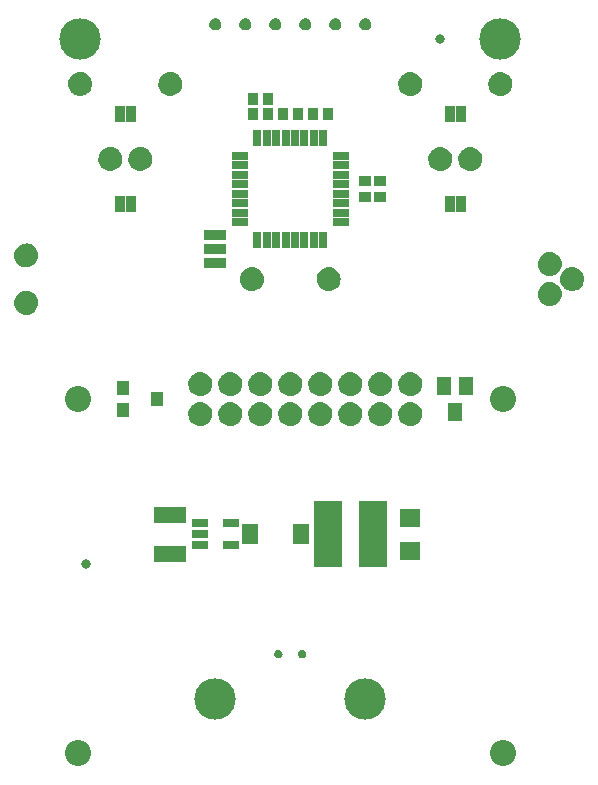
<source format=gbr>
G04 EAGLE Gerber RS-274X export*
G75*
%MOMM*%
%FSLAX34Y34*%
%LPD*%
%INSoldermask Bottom*%
%IPPOS*%
%AMOC8*
5,1,8,0,0,1.08239X$1,22.5*%
G01*
%ADD10R,0.903200X1.103200*%
%ADD11R,1.103200X0.903200*%
%ADD12R,0.762000X1.473200*%
%ADD13R,1.473200X0.762000*%
%ADD14R,1.103200X1.303200*%
%ADD15C,3.505200*%
%ADD16R,1.403200X0.753200*%
%ADD17R,1.473200X1.673200*%
%ADD18R,1.803200X1.603200*%
%ADD19R,2.703200X1.403200*%
%ADD20R,2.353200X5.703200*%
%ADD21R,1.203200X1.603200*%
%ADD22C,2.203200*%
%ADD23R,1.903200X0.903200*%
%ADD24R,0.838200X1.473200*%
%ADD25C,0.838200*%

G36*
X154135Y536109D02*
X154135Y536109D01*
X154178Y536121D01*
X154244Y536130D01*
X155861Y536584D01*
X155902Y536603D01*
X155930Y536612D01*
X155940Y536614D01*
X155944Y536616D01*
X155965Y536623D01*
X157479Y537351D01*
X157515Y537377D01*
X157574Y537407D01*
X158939Y538388D01*
X158970Y538420D01*
X159023Y538460D01*
X160197Y539662D01*
X160222Y539699D01*
X160267Y539747D01*
X161214Y541135D01*
X161232Y541176D01*
X161268Y541232D01*
X161960Y542763D01*
X161971Y542806D01*
X161997Y542867D01*
X162412Y544496D01*
X162415Y544540D01*
X162430Y544605D01*
X162556Y546280D01*
X162552Y546327D01*
X162554Y546399D01*
X162349Y548235D01*
X162335Y548281D01*
X162323Y548356D01*
X161763Y550117D01*
X161740Y550159D01*
X161714Y550231D01*
X160821Y551848D01*
X160791Y551886D01*
X160751Y551951D01*
X159560Y553363D01*
X159523Y553394D01*
X159471Y553450D01*
X158027Y554603D01*
X157985Y554626D01*
X157923Y554670D01*
X156282Y555519D01*
X156236Y555534D01*
X156167Y555565D01*
X154392Y556078D01*
X154344Y556083D01*
X154269Y556101D01*
X152429Y556257D01*
X152385Y556253D01*
X152320Y556257D01*
X150489Y556097D01*
X150443Y556084D01*
X150367Y556074D01*
X148603Y555560D01*
X148559Y555539D01*
X148487Y555514D01*
X146857Y554665D01*
X146819Y554636D01*
X146753Y554597D01*
X145320Y553447D01*
X145288Y553411D01*
X145231Y553360D01*
X144050Y551952D01*
X144026Y551911D01*
X143980Y551850D01*
X143770Y551468D01*
X143096Y550238D01*
X143081Y550193D01*
X143047Y550124D01*
X142495Y548371D01*
X142489Y548324D01*
X142469Y548250D01*
X142270Y546423D01*
X142273Y546377D01*
X142267Y546308D01*
X142390Y544632D01*
X142401Y544589D01*
X142407Y544523D01*
X142819Y542893D01*
X142837Y542853D01*
X142855Y542789D01*
X143543Y541256D01*
X143568Y541219D01*
X143597Y541159D01*
X144541Y539769D01*
X144572Y539737D01*
X144610Y539683D01*
X145781Y538477D01*
X145818Y538451D01*
X145865Y538405D01*
X147227Y537421D01*
X147268Y537402D01*
X147322Y537365D01*
X148835Y536632D01*
X148878Y536620D01*
X148889Y536615D01*
X148916Y536602D01*
X148921Y536601D01*
X148938Y536593D01*
X150555Y536135D01*
X150600Y536130D01*
X150664Y536114D01*
X152336Y535943D01*
X152384Y535947D01*
X152463Y535943D01*
X154135Y536109D01*
G37*
G36*
X77859Y536033D02*
X77859Y536033D01*
X77902Y536045D01*
X77968Y536054D01*
X79585Y536508D01*
X79626Y536527D01*
X79654Y536536D01*
X79664Y536538D01*
X79668Y536540D01*
X79689Y536547D01*
X81203Y537275D01*
X81239Y537301D01*
X81298Y537331D01*
X82663Y538312D01*
X82694Y538344D01*
X82747Y538384D01*
X83921Y539586D01*
X83946Y539623D01*
X83991Y539671D01*
X84938Y541059D01*
X84956Y541100D01*
X84992Y541156D01*
X85684Y542687D01*
X85695Y542730D01*
X85721Y542791D01*
X86136Y544420D01*
X86139Y544464D01*
X86154Y544529D01*
X86280Y546204D01*
X86276Y546251D01*
X86278Y546323D01*
X86073Y548159D01*
X86059Y548205D01*
X86047Y548280D01*
X85487Y550041D01*
X85464Y550083D01*
X85438Y550155D01*
X84545Y551772D01*
X84515Y551810D01*
X84475Y551875D01*
X83284Y553287D01*
X83247Y553318D01*
X83195Y553374D01*
X81751Y554527D01*
X81709Y554550D01*
X81647Y554594D01*
X80006Y555443D01*
X79960Y555458D01*
X79891Y555489D01*
X78116Y556002D01*
X78068Y556007D01*
X77993Y556025D01*
X76153Y556181D01*
X76109Y556177D01*
X76044Y556181D01*
X74213Y556021D01*
X74167Y556008D01*
X74091Y555998D01*
X72327Y555484D01*
X72283Y555463D01*
X72211Y555438D01*
X70581Y554589D01*
X70543Y554560D01*
X70477Y554521D01*
X69044Y553371D01*
X69012Y553335D01*
X68955Y553284D01*
X67774Y551876D01*
X67750Y551835D01*
X67704Y551774D01*
X67494Y551392D01*
X66820Y550162D01*
X66805Y550117D01*
X66771Y550048D01*
X66219Y548295D01*
X66213Y548248D01*
X66193Y548174D01*
X65994Y546347D01*
X65997Y546301D01*
X65991Y546232D01*
X66114Y544556D01*
X66125Y544513D01*
X66131Y544447D01*
X66543Y542817D01*
X66561Y542777D01*
X66579Y542713D01*
X67267Y541180D01*
X67292Y541143D01*
X67321Y541083D01*
X68265Y539693D01*
X68296Y539661D01*
X68334Y539607D01*
X69505Y538401D01*
X69542Y538375D01*
X69589Y538329D01*
X70951Y537345D01*
X70992Y537326D01*
X71046Y537289D01*
X72559Y536556D01*
X72602Y536544D01*
X72613Y536539D01*
X72640Y536526D01*
X72645Y536525D01*
X72662Y536517D01*
X74279Y536059D01*
X74324Y536054D01*
X74388Y536038D01*
X76060Y535867D01*
X76108Y535871D01*
X76187Y535867D01*
X77859Y536033D01*
G37*
G36*
X103335Y472609D02*
X103335Y472609D01*
X103378Y472621D01*
X103444Y472630D01*
X105061Y473084D01*
X105102Y473103D01*
X105130Y473112D01*
X105140Y473114D01*
X105144Y473116D01*
X105165Y473123D01*
X106679Y473851D01*
X106715Y473877D01*
X106774Y473907D01*
X108139Y474888D01*
X108170Y474920D01*
X108223Y474960D01*
X109397Y476162D01*
X109422Y476199D01*
X109467Y476247D01*
X110414Y477635D01*
X110432Y477676D01*
X110468Y477732D01*
X111160Y479263D01*
X111171Y479306D01*
X111197Y479367D01*
X111612Y480996D01*
X111615Y481040D01*
X111630Y481105D01*
X111756Y482780D01*
X111752Y482827D01*
X111754Y482899D01*
X111549Y484735D01*
X111535Y484781D01*
X111523Y484856D01*
X110963Y486617D01*
X110940Y486659D01*
X110914Y486731D01*
X110021Y488348D01*
X109991Y488386D01*
X109951Y488451D01*
X108760Y489863D01*
X108723Y489894D01*
X108671Y489950D01*
X107227Y491103D01*
X107185Y491126D01*
X107123Y491170D01*
X105482Y492019D01*
X105436Y492034D01*
X105367Y492065D01*
X103592Y492578D01*
X103544Y492583D01*
X103469Y492601D01*
X101629Y492757D01*
X101585Y492753D01*
X101520Y492757D01*
X99689Y492597D01*
X99643Y492584D01*
X99567Y492574D01*
X97803Y492060D01*
X97759Y492039D01*
X97687Y492014D01*
X96057Y491165D01*
X96019Y491136D01*
X95953Y491097D01*
X94520Y489947D01*
X94488Y489911D01*
X94431Y489860D01*
X93250Y488452D01*
X93226Y488411D01*
X93180Y488350D01*
X92970Y487968D01*
X92296Y486738D01*
X92281Y486693D01*
X92247Y486624D01*
X91695Y484871D01*
X91689Y484824D01*
X91669Y484750D01*
X91470Y482923D01*
X91473Y482877D01*
X91467Y482808D01*
X91590Y481132D01*
X91601Y481089D01*
X91607Y481023D01*
X92019Y479393D01*
X92037Y479353D01*
X92055Y479289D01*
X92743Y477756D01*
X92768Y477719D01*
X92797Y477659D01*
X93741Y476269D01*
X93772Y476237D01*
X93810Y476183D01*
X94981Y474977D01*
X95018Y474951D01*
X95065Y474905D01*
X96427Y473921D01*
X96468Y473902D01*
X96522Y473865D01*
X98035Y473132D01*
X98078Y473120D01*
X98089Y473115D01*
X98116Y473102D01*
X98121Y473101D01*
X98138Y473093D01*
X99755Y472635D01*
X99800Y472630D01*
X99864Y472614D01*
X101536Y472443D01*
X101584Y472447D01*
X101663Y472443D01*
X103335Y472609D01*
G37*
G36*
X128735Y472609D02*
X128735Y472609D01*
X128778Y472621D01*
X128844Y472630D01*
X130461Y473084D01*
X130502Y473103D01*
X130530Y473112D01*
X130540Y473114D01*
X130544Y473116D01*
X130565Y473123D01*
X132079Y473851D01*
X132115Y473877D01*
X132174Y473907D01*
X133539Y474888D01*
X133570Y474920D01*
X133623Y474960D01*
X134797Y476162D01*
X134822Y476199D01*
X134867Y476247D01*
X135814Y477635D01*
X135832Y477676D01*
X135868Y477732D01*
X136560Y479263D01*
X136571Y479306D01*
X136597Y479367D01*
X137012Y480996D01*
X137015Y481040D01*
X137030Y481105D01*
X137156Y482780D01*
X137152Y482827D01*
X137154Y482899D01*
X136949Y484735D01*
X136935Y484781D01*
X136923Y484856D01*
X136363Y486617D01*
X136340Y486659D01*
X136314Y486731D01*
X135421Y488348D01*
X135391Y488386D01*
X135351Y488451D01*
X134160Y489863D01*
X134123Y489894D01*
X134071Y489950D01*
X132627Y491103D01*
X132585Y491126D01*
X132523Y491170D01*
X130882Y492019D01*
X130836Y492034D01*
X130767Y492065D01*
X128992Y492578D01*
X128944Y492583D01*
X128869Y492601D01*
X127029Y492757D01*
X126985Y492753D01*
X126920Y492757D01*
X125089Y492597D01*
X125043Y492584D01*
X124967Y492574D01*
X123203Y492060D01*
X123159Y492039D01*
X123087Y492014D01*
X121457Y491165D01*
X121419Y491136D01*
X121353Y491097D01*
X119920Y489947D01*
X119888Y489911D01*
X119831Y489860D01*
X118650Y488452D01*
X118626Y488411D01*
X118580Y488350D01*
X118370Y487968D01*
X117696Y486738D01*
X117681Y486693D01*
X117647Y486624D01*
X117095Y484871D01*
X117089Y484824D01*
X117069Y484750D01*
X116870Y482923D01*
X116873Y482877D01*
X116867Y482808D01*
X116990Y481132D01*
X117001Y481089D01*
X117007Y481023D01*
X117419Y479393D01*
X117437Y479353D01*
X117455Y479289D01*
X118143Y477756D01*
X118168Y477719D01*
X118197Y477659D01*
X119141Y476269D01*
X119172Y476237D01*
X119210Y476183D01*
X120381Y474977D01*
X120418Y474951D01*
X120465Y474905D01*
X121827Y473921D01*
X121868Y473902D01*
X121922Y473865D01*
X123435Y473132D01*
X123478Y473120D01*
X123489Y473115D01*
X123516Y473102D01*
X123521Y473101D01*
X123538Y473093D01*
X125155Y472635D01*
X125200Y472630D01*
X125264Y472614D01*
X126936Y472443D01*
X126984Y472447D01*
X127063Y472443D01*
X128735Y472609D01*
G37*
G36*
X254015Y256487D02*
X254015Y256487D01*
X254080Y256483D01*
X255911Y256643D01*
X255957Y256656D01*
X256033Y256666D01*
X257797Y257180D01*
X257841Y257201D01*
X257913Y257226D01*
X259543Y258075D01*
X259581Y258104D01*
X259647Y258143D01*
X261080Y259293D01*
X261112Y259329D01*
X261169Y259380D01*
X262350Y260788D01*
X262374Y260829D01*
X262420Y260890D01*
X262617Y261248D01*
X262617Y261249D01*
X263304Y262502D01*
X263319Y262547D01*
X263353Y262616D01*
X263905Y264369D01*
X263911Y264416D01*
X263931Y264490D01*
X264131Y266317D01*
X264127Y266363D01*
X264133Y266432D01*
X264010Y268108D01*
X263999Y268151D01*
X263993Y268217D01*
X263582Y269847D01*
X263563Y269887D01*
X263545Y269951D01*
X262857Y271484D01*
X262832Y271521D01*
X262803Y271581D01*
X261859Y272971D01*
X261828Y273003D01*
X261790Y273057D01*
X260619Y274263D01*
X260583Y274289D01*
X260535Y274335D01*
X259173Y275319D01*
X259132Y275338D01*
X259078Y275375D01*
X257565Y276108D01*
X257522Y276120D01*
X257462Y276147D01*
X255845Y276605D01*
X255800Y276610D01*
X255736Y276626D01*
X254064Y276797D01*
X254016Y276793D01*
X253937Y276797D01*
X252265Y276631D01*
X252222Y276619D01*
X252157Y276610D01*
X250539Y276156D01*
X250498Y276137D01*
X250435Y276117D01*
X248921Y275389D01*
X248885Y275363D01*
X248826Y275333D01*
X247461Y274352D01*
X247430Y274320D01*
X247377Y274280D01*
X246203Y273078D01*
X246178Y273041D01*
X246133Y272993D01*
X245186Y271605D01*
X245168Y271564D01*
X245132Y271508D01*
X244440Y269977D01*
X244429Y269934D01*
X244403Y269873D01*
X243988Y268244D01*
X243985Y268200D01*
X243970Y268135D01*
X243844Y266460D01*
X243848Y266413D01*
X243846Y266341D01*
X244051Y264506D01*
X244065Y264459D01*
X244077Y264384D01*
X244637Y262623D01*
X244660Y262581D01*
X244686Y262509D01*
X245579Y260892D01*
X245609Y260854D01*
X245649Y260789D01*
X246840Y259377D01*
X246877Y259346D01*
X246929Y259290D01*
X248373Y258137D01*
X248415Y258115D01*
X248477Y258070D01*
X250118Y257221D01*
X250164Y257207D01*
X250233Y257175D01*
X252008Y256662D01*
X252056Y256657D01*
X252131Y256640D01*
X253971Y256483D01*
X254015Y256487D01*
G37*
G36*
X304815Y256487D02*
X304815Y256487D01*
X304880Y256483D01*
X306711Y256643D01*
X306757Y256656D01*
X306833Y256666D01*
X308597Y257180D01*
X308641Y257201D01*
X308713Y257226D01*
X310343Y258075D01*
X310381Y258104D01*
X310447Y258143D01*
X311880Y259293D01*
X311912Y259329D01*
X311969Y259380D01*
X313150Y260788D01*
X313174Y260829D01*
X313220Y260890D01*
X313417Y261248D01*
X313417Y261249D01*
X314104Y262502D01*
X314119Y262547D01*
X314153Y262616D01*
X314705Y264369D01*
X314711Y264416D01*
X314731Y264490D01*
X314931Y266317D01*
X314927Y266363D01*
X314933Y266432D01*
X314810Y268108D01*
X314799Y268151D01*
X314793Y268217D01*
X314382Y269847D01*
X314363Y269887D01*
X314345Y269951D01*
X313657Y271484D01*
X313632Y271521D01*
X313603Y271581D01*
X312659Y272971D01*
X312628Y273003D01*
X312590Y273057D01*
X311419Y274263D01*
X311383Y274289D01*
X311335Y274335D01*
X309973Y275319D01*
X309932Y275338D01*
X309878Y275375D01*
X308365Y276108D01*
X308322Y276120D01*
X308262Y276147D01*
X306645Y276605D01*
X306600Y276610D01*
X306536Y276626D01*
X304864Y276797D01*
X304816Y276793D01*
X304737Y276797D01*
X303065Y276631D01*
X303022Y276619D01*
X302957Y276610D01*
X301339Y276156D01*
X301298Y276137D01*
X301235Y276117D01*
X299721Y275389D01*
X299685Y275363D01*
X299626Y275333D01*
X298261Y274352D01*
X298230Y274320D01*
X298177Y274280D01*
X297003Y273078D01*
X296978Y273041D01*
X296933Y272993D01*
X295986Y271605D01*
X295968Y271564D01*
X295932Y271508D01*
X295240Y269977D01*
X295229Y269934D01*
X295203Y269873D01*
X294788Y268244D01*
X294785Y268200D01*
X294770Y268135D01*
X294644Y266460D01*
X294648Y266413D01*
X294646Y266341D01*
X294851Y264506D01*
X294865Y264459D01*
X294877Y264384D01*
X295437Y262623D01*
X295460Y262581D01*
X295486Y262509D01*
X296379Y260892D01*
X296409Y260854D01*
X296449Y260789D01*
X297640Y259377D01*
X297677Y259346D01*
X297729Y259290D01*
X299173Y258137D01*
X299215Y258115D01*
X299277Y258070D01*
X300918Y257221D01*
X300964Y257207D01*
X301033Y257175D01*
X302808Y256662D01*
X302856Y256657D01*
X302931Y256640D01*
X304771Y256483D01*
X304815Y256487D01*
G37*
G36*
X330215Y256487D02*
X330215Y256487D01*
X330280Y256483D01*
X332111Y256643D01*
X332157Y256656D01*
X332233Y256666D01*
X333997Y257180D01*
X334041Y257201D01*
X334113Y257226D01*
X335743Y258075D01*
X335781Y258104D01*
X335847Y258143D01*
X337280Y259293D01*
X337312Y259329D01*
X337369Y259380D01*
X338550Y260788D01*
X338574Y260829D01*
X338620Y260890D01*
X338817Y261248D01*
X338817Y261249D01*
X339504Y262502D01*
X339519Y262547D01*
X339553Y262616D01*
X340105Y264369D01*
X340111Y264416D01*
X340131Y264490D01*
X340331Y266317D01*
X340327Y266363D01*
X340333Y266432D01*
X340210Y268108D01*
X340199Y268151D01*
X340193Y268217D01*
X339782Y269847D01*
X339763Y269887D01*
X339745Y269951D01*
X339057Y271484D01*
X339032Y271521D01*
X339003Y271581D01*
X338059Y272971D01*
X338028Y273003D01*
X337990Y273057D01*
X336819Y274263D01*
X336783Y274289D01*
X336735Y274335D01*
X335373Y275319D01*
X335332Y275338D01*
X335278Y275375D01*
X333765Y276108D01*
X333722Y276120D01*
X333662Y276147D01*
X332045Y276605D01*
X332000Y276610D01*
X331936Y276626D01*
X330264Y276797D01*
X330216Y276793D01*
X330137Y276797D01*
X328465Y276631D01*
X328422Y276619D01*
X328357Y276610D01*
X326739Y276156D01*
X326698Y276137D01*
X326635Y276117D01*
X325121Y275389D01*
X325085Y275363D01*
X325026Y275333D01*
X323661Y274352D01*
X323630Y274320D01*
X323577Y274280D01*
X322403Y273078D01*
X322378Y273041D01*
X322333Y272993D01*
X321386Y271605D01*
X321368Y271564D01*
X321332Y271508D01*
X320640Y269977D01*
X320629Y269934D01*
X320603Y269873D01*
X320188Y268244D01*
X320185Y268200D01*
X320170Y268135D01*
X320044Y266460D01*
X320048Y266413D01*
X320046Y266341D01*
X320251Y264506D01*
X320265Y264459D01*
X320277Y264384D01*
X320837Y262623D01*
X320860Y262581D01*
X320886Y262509D01*
X321779Y260892D01*
X321809Y260854D01*
X321849Y260789D01*
X323040Y259377D01*
X323077Y259346D01*
X323129Y259290D01*
X324573Y258137D01*
X324615Y258115D01*
X324677Y258070D01*
X326318Y257221D01*
X326364Y257207D01*
X326433Y257175D01*
X328208Y256662D01*
X328256Y256657D01*
X328331Y256640D01*
X330171Y256483D01*
X330215Y256487D01*
G37*
G36*
X279415Y256487D02*
X279415Y256487D01*
X279480Y256483D01*
X281311Y256643D01*
X281357Y256656D01*
X281433Y256666D01*
X283197Y257180D01*
X283241Y257201D01*
X283313Y257226D01*
X284943Y258075D01*
X284981Y258104D01*
X285047Y258143D01*
X286480Y259293D01*
X286512Y259329D01*
X286569Y259380D01*
X287750Y260788D01*
X287774Y260829D01*
X287820Y260890D01*
X288017Y261248D01*
X288017Y261249D01*
X288704Y262502D01*
X288719Y262547D01*
X288753Y262616D01*
X289305Y264369D01*
X289311Y264416D01*
X289331Y264490D01*
X289531Y266317D01*
X289527Y266363D01*
X289533Y266432D01*
X289410Y268108D01*
X289399Y268151D01*
X289393Y268217D01*
X288982Y269847D01*
X288963Y269887D01*
X288945Y269951D01*
X288257Y271484D01*
X288232Y271521D01*
X288203Y271581D01*
X287259Y272971D01*
X287228Y273003D01*
X287190Y273057D01*
X286019Y274263D01*
X285983Y274289D01*
X285935Y274335D01*
X284573Y275319D01*
X284532Y275338D01*
X284478Y275375D01*
X282965Y276108D01*
X282922Y276120D01*
X282862Y276147D01*
X281245Y276605D01*
X281200Y276610D01*
X281136Y276626D01*
X279464Y276797D01*
X279416Y276793D01*
X279337Y276797D01*
X277665Y276631D01*
X277622Y276619D01*
X277557Y276610D01*
X275939Y276156D01*
X275898Y276137D01*
X275835Y276117D01*
X274321Y275389D01*
X274285Y275363D01*
X274226Y275333D01*
X272861Y274352D01*
X272830Y274320D01*
X272777Y274280D01*
X271603Y273078D01*
X271578Y273041D01*
X271533Y272993D01*
X270586Y271605D01*
X270568Y271564D01*
X270532Y271508D01*
X269840Y269977D01*
X269829Y269934D01*
X269803Y269873D01*
X269388Y268244D01*
X269385Y268200D01*
X269370Y268135D01*
X269244Y266460D01*
X269248Y266413D01*
X269246Y266341D01*
X269451Y264506D01*
X269465Y264459D01*
X269477Y264384D01*
X270037Y262623D01*
X270060Y262581D01*
X270086Y262509D01*
X270979Y260892D01*
X271009Y260854D01*
X271049Y260789D01*
X272240Y259377D01*
X272277Y259346D01*
X272329Y259290D01*
X273773Y258137D01*
X273815Y258115D01*
X273877Y258070D01*
X275518Y257221D01*
X275564Y257207D01*
X275633Y257175D01*
X277408Y256662D01*
X277456Y256657D01*
X277531Y256640D01*
X279371Y256483D01*
X279415Y256487D01*
G37*
G36*
X355615Y256487D02*
X355615Y256487D01*
X355680Y256483D01*
X357511Y256643D01*
X357557Y256656D01*
X357633Y256666D01*
X359397Y257180D01*
X359441Y257201D01*
X359513Y257226D01*
X361143Y258075D01*
X361181Y258104D01*
X361247Y258143D01*
X362680Y259293D01*
X362712Y259329D01*
X362769Y259380D01*
X363950Y260788D01*
X363974Y260829D01*
X364020Y260890D01*
X364217Y261248D01*
X364217Y261249D01*
X364904Y262502D01*
X364919Y262547D01*
X364953Y262616D01*
X365505Y264369D01*
X365511Y264416D01*
X365531Y264490D01*
X365731Y266317D01*
X365727Y266363D01*
X365733Y266432D01*
X365610Y268108D01*
X365599Y268151D01*
X365593Y268217D01*
X365182Y269847D01*
X365163Y269887D01*
X365145Y269951D01*
X364457Y271484D01*
X364432Y271521D01*
X364403Y271581D01*
X363459Y272971D01*
X363428Y273003D01*
X363390Y273057D01*
X362219Y274263D01*
X362183Y274289D01*
X362135Y274335D01*
X360773Y275319D01*
X360732Y275338D01*
X360678Y275375D01*
X359165Y276108D01*
X359122Y276120D01*
X359062Y276147D01*
X357445Y276605D01*
X357400Y276610D01*
X357336Y276626D01*
X355664Y276797D01*
X355616Y276793D01*
X355537Y276797D01*
X353865Y276631D01*
X353822Y276619D01*
X353757Y276610D01*
X352139Y276156D01*
X352098Y276137D01*
X352035Y276117D01*
X350521Y275389D01*
X350485Y275363D01*
X350426Y275333D01*
X349061Y274352D01*
X349030Y274320D01*
X348977Y274280D01*
X347803Y273078D01*
X347778Y273041D01*
X347733Y272993D01*
X346786Y271605D01*
X346768Y271564D01*
X346732Y271508D01*
X346040Y269977D01*
X346029Y269934D01*
X346003Y269873D01*
X345588Y268244D01*
X345585Y268200D01*
X345570Y268135D01*
X345444Y266460D01*
X345448Y266413D01*
X345446Y266341D01*
X345651Y264506D01*
X345665Y264459D01*
X345677Y264384D01*
X346237Y262623D01*
X346260Y262581D01*
X346286Y262509D01*
X347179Y260892D01*
X347209Y260854D01*
X347249Y260789D01*
X348440Y259377D01*
X348477Y259346D01*
X348529Y259290D01*
X349973Y258137D01*
X350015Y258115D01*
X350077Y258070D01*
X351718Y257221D01*
X351764Y257207D01*
X351833Y257175D01*
X353608Y256662D01*
X353656Y256657D01*
X353731Y256640D01*
X355571Y256483D01*
X355615Y256487D01*
G37*
G36*
X228615Y256487D02*
X228615Y256487D01*
X228680Y256483D01*
X230511Y256643D01*
X230557Y256656D01*
X230633Y256666D01*
X232397Y257180D01*
X232441Y257201D01*
X232513Y257226D01*
X234143Y258075D01*
X234181Y258104D01*
X234247Y258143D01*
X235680Y259293D01*
X235712Y259329D01*
X235769Y259380D01*
X236950Y260788D01*
X236974Y260829D01*
X237020Y260890D01*
X237217Y261248D01*
X237217Y261249D01*
X237904Y262502D01*
X237919Y262547D01*
X237953Y262616D01*
X238505Y264369D01*
X238511Y264416D01*
X238531Y264490D01*
X238731Y266317D01*
X238727Y266363D01*
X238733Y266432D01*
X238610Y268108D01*
X238599Y268151D01*
X238593Y268217D01*
X238182Y269847D01*
X238163Y269887D01*
X238145Y269951D01*
X237457Y271484D01*
X237432Y271521D01*
X237403Y271581D01*
X236459Y272971D01*
X236428Y273003D01*
X236390Y273057D01*
X235219Y274263D01*
X235183Y274289D01*
X235135Y274335D01*
X233773Y275319D01*
X233732Y275338D01*
X233678Y275375D01*
X232165Y276108D01*
X232122Y276120D01*
X232062Y276147D01*
X230445Y276605D01*
X230400Y276610D01*
X230336Y276626D01*
X228664Y276797D01*
X228616Y276793D01*
X228537Y276797D01*
X226865Y276631D01*
X226822Y276619D01*
X226757Y276610D01*
X225139Y276156D01*
X225098Y276137D01*
X225035Y276117D01*
X223521Y275389D01*
X223485Y275363D01*
X223426Y275333D01*
X222061Y274352D01*
X222030Y274320D01*
X221977Y274280D01*
X220803Y273078D01*
X220778Y273041D01*
X220733Y272993D01*
X219786Y271605D01*
X219768Y271564D01*
X219732Y271508D01*
X219040Y269977D01*
X219029Y269934D01*
X219003Y269873D01*
X218588Y268244D01*
X218585Y268200D01*
X218570Y268135D01*
X218444Y266460D01*
X218448Y266413D01*
X218446Y266341D01*
X218651Y264506D01*
X218665Y264459D01*
X218677Y264384D01*
X219237Y262623D01*
X219260Y262581D01*
X219286Y262509D01*
X220179Y260892D01*
X220209Y260854D01*
X220249Y260789D01*
X221440Y259377D01*
X221477Y259346D01*
X221529Y259290D01*
X222973Y258137D01*
X223015Y258115D01*
X223077Y258070D01*
X224718Y257221D01*
X224764Y257207D01*
X224833Y257175D01*
X226608Y256662D01*
X226656Y256657D01*
X226731Y256640D01*
X228571Y256483D01*
X228615Y256487D01*
G37*
G36*
X177815Y256487D02*
X177815Y256487D01*
X177880Y256483D01*
X179711Y256643D01*
X179757Y256656D01*
X179833Y256666D01*
X181597Y257180D01*
X181641Y257201D01*
X181713Y257226D01*
X183343Y258075D01*
X183381Y258104D01*
X183447Y258143D01*
X184880Y259293D01*
X184912Y259329D01*
X184969Y259380D01*
X186150Y260788D01*
X186174Y260829D01*
X186220Y260890D01*
X186417Y261248D01*
X186417Y261249D01*
X187104Y262502D01*
X187119Y262547D01*
X187153Y262616D01*
X187705Y264369D01*
X187711Y264416D01*
X187731Y264490D01*
X187931Y266317D01*
X187927Y266363D01*
X187933Y266432D01*
X187810Y268108D01*
X187799Y268151D01*
X187793Y268217D01*
X187382Y269847D01*
X187363Y269887D01*
X187345Y269951D01*
X186657Y271484D01*
X186632Y271521D01*
X186603Y271581D01*
X185659Y272971D01*
X185628Y273003D01*
X185590Y273057D01*
X184419Y274263D01*
X184383Y274289D01*
X184335Y274335D01*
X182973Y275319D01*
X182932Y275338D01*
X182878Y275375D01*
X181365Y276108D01*
X181322Y276120D01*
X181262Y276147D01*
X179645Y276605D01*
X179600Y276610D01*
X179536Y276626D01*
X177864Y276797D01*
X177816Y276793D01*
X177737Y276797D01*
X176065Y276631D01*
X176022Y276619D01*
X175957Y276610D01*
X174339Y276156D01*
X174298Y276137D01*
X174235Y276117D01*
X172721Y275389D01*
X172685Y275363D01*
X172626Y275333D01*
X171261Y274352D01*
X171230Y274320D01*
X171177Y274280D01*
X170003Y273078D01*
X169978Y273041D01*
X169933Y272993D01*
X168986Y271605D01*
X168968Y271564D01*
X168932Y271508D01*
X168240Y269977D01*
X168229Y269934D01*
X168203Y269873D01*
X167788Y268244D01*
X167785Y268200D01*
X167770Y268135D01*
X167644Y266460D01*
X167648Y266413D01*
X167646Y266341D01*
X167851Y264506D01*
X167865Y264459D01*
X167877Y264384D01*
X168437Y262623D01*
X168460Y262581D01*
X168486Y262509D01*
X169379Y260892D01*
X169409Y260854D01*
X169449Y260789D01*
X170640Y259377D01*
X170677Y259346D01*
X170729Y259290D01*
X172173Y258137D01*
X172215Y258115D01*
X172277Y258070D01*
X173918Y257221D01*
X173964Y257207D01*
X174033Y257175D01*
X175808Y256662D01*
X175856Y256657D01*
X175931Y256640D01*
X177771Y256483D01*
X177815Y256487D01*
G37*
G36*
X203215Y256487D02*
X203215Y256487D01*
X203280Y256483D01*
X205111Y256643D01*
X205157Y256656D01*
X205233Y256666D01*
X206997Y257180D01*
X207041Y257201D01*
X207113Y257226D01*
X208743Y258075D01*
X208781Y258104D01*
X208847Y258143D01*
X210280Y259293D01*
X210312Y259329D01*
X210369Y259380D01*
X211550Y260788D01*
X211574Y260829D01*
X211620Y260890D01*
X211817Y261248D01*
X211817Y261249D01*
X212504Y262502D01*
X212519Y262547D01*
X212553Y262616D01*
X213105Y264369D01*
X213111Y264416D01*
X213131Y264490D01*
X213331Y266317D01*
X213327Y266363D01*
X213333Y266432D01*
X213210Y268108D01*
X213199Y268151D01*
X213193Y268217D01*
X212782Y269847D01*
X212763Y269887D01*
X212745Y269951D01*
X212057Y271484D01*
X212032Y271521D01*
X212003Y271581D01*
X211059Y272971D01*
X211028Y273003D01*
X210990Y273057D01*
X209819Y274263D01*
X209783Y274289D01*
X209735Y274335D01*
X208373Y275319D01*
X208332Y275338D01*
X208278Y275375D01*
X206765Y276108D01*
X206722Y276120D01*
X206662Y276147D01*
X205045Y276605D01*
X205000Y276610D01*
X204936Y276626D01*
X203264Y276797D01*
X203216Y276793D01*
X203137Y276797D01*
X201465Y276631D01*
X201422Y276619D01*
X201357Y276610D01*
X199739Y276156D01*
X199698Y276137D01*
X199635Y276117D01*
X198121Y275389D01*
X198085Y275363D01*
X198026Y275333D01*
X196661Y274352D01*
X196630Y274320D01*
X196577Y274280D01*
X195403Y273078D01*
X195378Y273041D01*
X195333Y272993D01*
X194386Y271605D01*
X194368Y271564D01*
X194332Y271508D01*
X193640Y269977D01*
X193629Y269934D01*
X193603Y269873D01*
X193188Y268244D01*
X193185Y268200D01*
X193170Y268135D01*
X193044Y266460D01*
X193048Y266413D01*
X193046Y266341D01*
X193251Y264506D01*
X193265Y264459D01*
X193277Y264384D01*
X193837Y262623D01*
X193860Y262581D01*
X193886Y262509D01*
X194779Y260892D01*
X194809Y260854D01*
X194849Y260789D01*
X196040Y259377D01*
X196077Y259346D01*
X196129Y259290D01*
X197573Y258137D01*
X197615Y258115D01*
X197677Y258070D01*
X199318Y257221D01*
X199364Y257207D01*
X199433Y257175D01*
X201208Y256662D01*
X201256Y256657D01*
X201331Y256640D01*
X203171Y256483D01*
X203215Y256487D01*
G37*
G36*
X30707Y390914D02*
X30707Y390914D01*
X30779Y390912D01*
X32615Y391117D01*
X32661Y391131D01*
X32736Y391143D01*
X34497Y391703D01*
X34539Y391726D01*
X34611Y391752D01*
X36228Y392645D01*
X36266Y392675D01*
X36331Y392715D01*
X37743Y393906D01*
X37774Y393943D01*
X37830Y393995D01*
X38983Y395439D01*
X39006Y395481D01*
X39050Y395543D01*
X39899Y397184D01*
X39914Y397230D01*
X39945Y397299D01*
X40458Y399074D01*
X40463Y399122D01*
X40481Y399197D01*
X40637Y401037D01*
X40633Y401081D01*
X40637Y401146D01*
X40477Y402977D01*
X40464Y403023D01*
X40454Y403099D01*
X39940Y404863D01*
X39919Y404907D01*
X39894Y404979D01*
X39045Y406609D01*
X39016Y406647D01*
X38977Y406713D01*
X37827Y408146D01*
X37791Y408178D01*
X37740Y408235D01*
X36332Y409416D01*
X36291Y409440D01*
X36230Y409486D01*
X34618Y410370D01*
X34573Y410385D01*
X34504Y410419D01*
X32751Y410971D01*
X32704Y410977D01*
X32630Y410997D01*
X30803Y411197D01*
X30757Y411193D01*
X30688Y411199D01*
X29012Y411076D01*
X28969Y411065D01*
X28903Y411059D01*
X27273Y410648D01*
X27233Y410629D01*
X27169Y410611D01*
X25636Y409923D01*
X25599Y409898D01*
X25539Y409869D01*
X24149Y408925D01*
X24117Y408894D01*
X24063Y408856D01*
X22857Y407685D01*
X22831Y407649D01*
X22785Y407601D01*
X21801Y406239D01*
X21782Y406198D01*
X21745Y406144D01*
X21012Y404631D01*
X21000Y404588D01*
X20973Y404528D01*
X20515Y402911D01*
X20510Y402866D01*
X20494Y402802D01*
X20323Y401130D01*
X20327Y401082D01*
X20323Y401003D01*
X20489Y399331D01*
X20501Y399288D01*
X20510Y399223D01*
X20964Y397605D01*
X20983Y397564D01*
X21003Y397501D01*
X21731Y395987D01*
X21757Y395951D01*
X21787Y395892D01*
X22768Y394527D01*
X22800Y394496D01*
X22840Y394443D01*
X24042Y393269D01*
X24079Y393244D01*
X24127Y393199D01*
X25515Y392252D01*
X25556Y392234D01*
X25612Y392198D01*
X27143Y391506D01*
X27186Y391495D01*
X27247Y391469D01*
X28876Y391054D01*
X28920Y391051D01*
X28985Y391036D01*
X30660Y390910D01*
X30707Y390914D01*
G37*
G36*
X30707Y350782D02*
X30707Y350782D01*
X30779Y350780D01*
X32615Y350985D01*
X32661Y350999D01*
X32736Y351011D01*
X34497Y351571D01*
X34539Y351594D01*
X34611Y351620D01*
X36228Y352513D01*
X36266Y352543D01*
X36331Y352583D01*
X37743Y353774D01*
X37774Y353811D01*
X37830Y353863D01*
X38983Y355307D01*
X39006Y355349D01*
X39050Y355411D01*
X39899Y357052D01*
X39914Y357098D01*
X39945Y357167D01*
X40458Y358942D01*
X40463Y358990D01*
X40481Y359065D01*
X40637Y360905D01*
X40633Y360949D01*
X40637Y361014D01*
X40477Y362845D01*
X40464Y362891D01*
X40454Y362967D01*
X39940Y364731D01*
X39919Y364775D01*
X39894Y364847D01*
X39045Y366477D01*
X39016Y366515D01*
X38977Y366581D01*
X37827Y368014D01*
X37791Y368046D01*
X37740Y368103D01*
X36332Y369284D01*
X36291Y369308D01*
X36230Y369354D01*
X34618Y370238D01*
X34573Y370253D01*
X34504Y370287D01*
X32751Y370839D01*
X32704Y370845D01*
X32630Y370865D01*
X30803Y371065D01*
X30757Y371061D01*
X30688Y371067D01*
X29012Y370944D01*
X28969Y370933D01*
X28903Y370927D01*
X27273Y370516D01*
X27233Y370497D01*
X27169Y370479D01*
X25636Y369791D01*
X25599Y369766D01*
X25539Y369737D01*
X24149Y368793D01*
X24117Y368762D01*
X24063Y368724D01*
X22857Y367553D01*
X22831Y367517D01*
X22785Y367469D01*
X21801Y366107D01*
X21782Y366066D01*
X21745Y366012D01*
X21012Y364499D01*
X21000Y364456D01*
X20973Y364396D01*
X20515Y362779D01*
X20510Y362734D01*
X20494Y362670D01*
X20323Y360998D01*
X20327Y360950D01*
X20323Y360871D01*
X20489Y359199D01*
X20501Y359156D01*
X20510Y359091D01*
X20964Y357473D01*
X20983Y357432D01*
X21003Y357369D01*
X21731Y355855D01*
X21757Y355819D01*
X21787Y355760D01*
X22768Y354395D01*
X22800Y354364D01*
X22840Y354311D01*
X24042Y353137D01*
X24079Y353112D01*
X24127Y353067D01*
X25515Y352120D01*
X25556Y352102D01*
X25612Y352066D01*
X27143Y351374D01*
X27186Y351363D01*
X27247Y351337D01*
X28876Y350922D01*
X28920Y350919D01*
X28985Y350904D01*
X30660Y350778D01*
X30707Y350782D01*
G37*
G36*
X475178Y358290D02*
X475178Y358290D01*
X475221Y358301D01*
X475287Y358307D01*
X476917Y358719D01*
X476957Y358737D01*
X477021Y358755D01*
X478554Y359443D01*
X478591Y359468D01*
X478651Y359497D01*
X480041Y360441D01*
X480073Y360472D01*
X480127Y360510D01*
X481333Y361681D01*
X481359Y361718D01*
X481405Y361765D01*
X482389Y363127D01*
X482408Y363168D01*
X482445Y363222D01*
X483178Y364735D01*
X483190Y364778D01*
X483217Y364838D01*
X483675Y366455D01*
X483680Y366500D01*
X483696Y366564D01*
X483867Y368236D01*
X483863Y368284D01*
X483867Y368363D01*
X483701Y370035D01*
X483689Y370078D01*
X483680Y370144D01*
X483226Y371761D01*
X483207Y371802D01*
X483187Y371865D01*
X482459Y373379D01*
X482433Y373415D01*
X482403Y373474D01*
X481422Y374839D01*
X481390Y374870D01*
X481350Y374923D01*
X480148Y376097D01*
X480111Y376122D01*
X480063Y376167D01*
X478675Y377114D01*
X478634Y377132D01*
X478578Y377168D01*
X477047Y377860D01*
X477004Y377871D01*
X476943Y377897D01*
X475314Y378312D01*
X475270Y378315D01*
X475205Y378330D01*
X473530Y378456D01*
X473483Y378452D01*
X473411Y378454D01*
X471576Y378249D01*
X471529Y378235D01*
X471454Y378223D01*
X469693Y377663D01*
X469651Y377640D01*
X469579Y377614D01*
X467962Y376721D01*
X467924Y376691D01*
X467859Y376651D01*
X466447Y375460D01*
X466416Y375423D01*
X466360Y375371D01*
X465207Y373927D01*
X465185Y373885D01*
X465140Y373823D01*
X464291Y372182D01*
X464277Y372136D01*
X464245Y372067D01*
X463732Y370292D01*
X463727Y370244D01*
X463710Y370169D01*
X463553Y368329D01*
X463557Y368285D01*
X463553Y368220D01*
X463713Y366389D01*
X463726Y366343D01*
X463734Y366282D01*
X463734Y366280D01*
X463736Y366267D01*
X464250Y364503D01*
X464271Y364459D01*
X464296Y364387D01*
X465145Y362757D01*
X465174Y362719D01*
X465213Y362653D01*
X466363Y361220D01*
X466399Y361188D01*
X466450Y361131D01*
X467858Y359950D01*
X467899Y359926D01*
X467960Y359880D01*
X469572Y358996D01*
X469617Y358981D01*
X469686Y358947D01*
X471439Y358395D01*
X471486Y358389D01*
X471560Y358369D01*
X473387Y358170D01*
X473433Y358173D01*
X473502Y358167D01*
X475178Y358290D01*
G37*
G36*
X475178Y383690D02*
X475178Y383690D01*
X475221Y383701D01*
X475287Y383707D01*
X476917Y384119D01*
X476957Y384137D01*
X477021Y384155D01*
X478554Y384843D01*
X478591Y384868D01*
X478651Y384897D01*
X480041Y385841D01*
X480073Y385872D01*
X480127Y385910D01*
X481333Y387081D01*
X481359Y387118D01*
X481405Y387165D01*
X482389Y388527D01*
X482408Y388568D01*
X482445Y388622D01*
X483178Y390135D01*
X483190Y390178D01*
X483217Y390238D01*
X483675Y391855D01*
X483680Y391900D01*
X483696Y391964D01*
X483867Y393636D01*
X483863Y393684D01*
X483867Y393763D01*
X483701Y395435D01*
X483689Y395478D01*
X483680Y395544D01*
X483226Y397161D01*
X483207Y397202D01*
X483187Y397265D01*
X482459Y398779D01*
X482433Y398815D01*
X482403Y398874D01*
X481422Y400239D01*
X481390Y400270D01*
X481350Y400323D01*
X480148Y401497D01*
X480111Y401522D01*
X480063Y401567D01*
X478675Y402514D01*
X478634Y402532D01*
X478578Y402568D01*
X477047Y403260D01*
X477004Y403271D01*
X476943Y403297D01*
X475314Y403712D01*
X475270Y403715D01*
X475205Y403730D01*
X473530Y403856D01*
X473483Y403852D01*
X473411Y403854D01*
X471576Y403649D01*
X471529Y403635D01*
X471454Y403623D01*
X469693Y403063D01*
X469651Y403040D01*
X469579Y403014D01*
X467962Y402121D01*
X467924Y402091D01*
X467859Y402051D01*
X466447Y400860D01*
X466416Y400823D01*
X466360Y400771D01*
X465207Y399327D01*
X465185Y399285D01*
X465140Y399223D01*
X464291Y397582D01*
X464277Y397536D01*
X464245Y397467D01*
X463732Y395692D01*
X463727Y395644D01*
X463710Y395569D01*
X463553Y393729D01*
X463557Y393685D01*
X463553Y393620D01*
X463713Y391789D01*
X463726Y391743D01*
X463734Y391682D01*
X463734Y391680D01*
X463736Y391667D01*
X464250Y389903D01*
X464271Y389859D01*
X464296Y389787D01*
X465145Y388157D01*
X465174Y388119D01*
X465213Y388053D01*
X466363Y386620D01*
X466399Y386588D01*
X466450Y386531D01*
X467858Y385350D01*
X467899Y385326D01*
X467960Y385280D01*
X469572Y384396D01*
X469617Y384381D01*
X469686Y384347D01*
X471439Y383795D01*
X471486Y383789D01*
X471560Y383769D01*
X473387Y383570D01*
X473433Y383573D01*
X473502Y383567D01*
X475178Y383690D01*
G37*
G36*
X494228Y370990D02*
X494228Y370990D01*
X494271Y371001D01*
X494337Y371007D01*
X495967Y371419D01*
X496007Y371437D01*
X496071Y371455D01*
X497604Y372143D01*
X497641Y372168D01*
X497701Y372197D01*
X499091Y373141D01*
X499123Y373172D01*
X499177Y373210D01*
X500383Y374381D01*
X500409Y374418D01*
X500455Y374465D01*
X501439Y375827D01*
X501458Y375868D01*
X501495Y375922D01*
X502228Y377435D01*
X502240Y377478D01*
X502267Y377538D01*
X502725Y379155D01*
X502730Y379200D01*
X502746Y379264D01*
X502917Y380936D01*
X502913Y380984D01*
X502917Y381063D01*
X502751Y382735D01*
X502739Y382778D01*
X502730Y382844D01*
X502276Y384461D01*
X502257Y384502D01*
X502237Y384565D01*
X501509Y386079D01*
X501483Y386115D01*
X501453Y386174D01*
X500472Y387539D01*
X500440Y387570D01*
X500400Y387623D01*
X499198Y388797D01*
X499161Y388822D01*
X499113Y388867D01*
X497725Y389814D01*
X497684Y389832D01*
X497628Y389868D01*
X496097Y390560D01*
X496054Y390571D01*
X495993Y390597D01*
X494364Y391012D01*
X494320Y391015D01*
X494255Y391030D01*
X492580Y391156D01*
X492533Y391152D01*
X492461Y391154D01*
X490626Y390949D01*
X490579Y390935D01*
X490504Y390923D01*
X488743Y390363D01*
X488701Y390340D01*
X488629Y390314D01*
X487012Y389421D01*
X486974Y389391D01*
X486909Y389351D01*
X485497Y388160D01*
X485466Y388123D01*
X485410Y388071D01*
X484257Y386627D01*
X484235Y386585D01*
X484190Y386523D01*
X483341Y384882D01*
X483327Y384836D01*
X483295Y384767D01*
X482782Y382992D01*
X482777Y382944D01*
X482760Y382869D01*
X482603Y381029D01*
X482607Y380985D01*
X482603Y380920D01*
X482763Y379089D01*
X482776Y379043D01*
X482784Y378982D01*
X482784Y378980D01*
X482786Y378967D01*
X483300Y377203D01*
X483321Y377159D01*
X483346Y377087D01*
X484195Y375457D01*
X484224Y375419D01*
X484263Y375353D01*
X485413Y373920D01*
X485449Y373888D01*
X485500Y373831D01*
X486908Y372650D01*
X486949Y372626D01*
X487010Y372580D01*
X488622Y371696D01*
X488667Y371681D01*
X488736Y371647D01*
X490489Y371095D01*
X490536Y371089D01*
X490610Y371069D01*
X492437Y370870D01*
X492483Y370873D01*
X492552Y370867D01*
X494228Y370990D01*
G37*
G36*
X286527Y370847D02*
X286527Y370847D01*
X286592Y370843D01*
X288423Y371003D01*
X288469Y371016D01*
X288545Y371026D01*
X290309Y371540D01*
X290353Y371561D01*
X290425Y371586D01*
X292055Y372435D01*
X292093Y372464D01*
X292159Y372503D01*
X293592Y373653D01*
X293624Y373689D01*
X293681Y373740D01*
X294862Y375148D01*
X294886Y375189D01*
X294932Y375250D01*
X295477Y376243D01*
X295816Y376862D01*
X295831Y376907D01*
X295865Y376976D01*
X296417Y378729D01*
X296423Y378776D01*
X296443Y378850D01*
X296643Y380677D01*
X296639Y380723D01*
X296645Y380792D01*
X296522Y382468D01*
X296511Y382511D01*
X296505Y382577D01*
X296094Y384207D01*
X296075Y384247D01*
X296057Y384311D01*
X295369Y385844D01*
X295344Y385881D01*
X295315Y385941D01*
X294371Y387331D01*
X294340Y387363D01*
X294302Y387417D01*
X293131Y388623D01*
X293095Y388649D01*
X293047Y388695D01*
X291685Y389679D01*
X291644Y389698D01*
X291590Y389735D01*
X290077Y390468D01*
X290034Y390480D01*
X289974Y390507D01*
X288357Y390965D01*
X288312Y390970D01*
X288248Y390986D01*
X286576Y391157D01*
X286528Y391153D01*
X286449Y391157D01*
X284777Y390991D01*
X284734Y390979D01*
X284669Y390970D01*
X283051Y390516D01*
X283010Y390497D01*
X282947Y390477D01*
X281433Y389749D01*
X281397Y389723D01*
X281338Y389693D01*
X279973Y388712D01*
X279942Y388680D01*
X279889Y388640D01*
X278715Y387438D01*
X278690Y387401D01*
X278645Y387353D01*
X277698Y385965D01*
X277680Y385924D01*
X277644Y385868D01*
X276952Y384337D01*
X276941Y384294D01*
X276915Y384233D01*
X276500Y382604D01*
X276497Y382560D01*
X276482Y382495D01*
X276356Y380820D01*
X276360Y380773D01*
X276358Y380701D01*
X276563Y378866D01*
X276577Y378819D01*
X276589Y378744D01*
X277149Y376983D01*
X277172Y376941D01*
X277198Y376869D01*
X278091Y375252D01*
X278121Y375214D01*
X278161Y375149D01*
X279352Y373737D01*
X279389Y373706D01*
X279441Y373650D01*
X280885Y372497D01*
X280927Y372475D01*
X280989Y372430D01*
X282630Y371581D01*
X282676Y371567D01*
X282745Y371535D01*
X284520Y371022D01*
X284568Y371017D01*
X284643Y371000D01*
X286483Y370843D01*
X286527Y370847D01*
G37*
G36*
X221503Y370847D02*
X221503Y370847D01*
X221568Y370843D01*
X223399Y371003D01*
X223445Y371016D01*
X223521Y371026D01*
X225285Y371540D01*
X225329Y371561D01*
X225401Y371586D01*
X227031Y372435D01*
X227069Y372464D01*
X227135Y372503D01*
X228568Y373653D01*
X228600Y373689D01*
X228657Y373740D01*
X229838Y375148D01*
X229862Y375189D01*
X229908Y375250D01*
X230453Y376243D01*
X230792Y376862D01*
X230807Y376907D01*
X230841Y376976D01*
X231393Y378729D01*
X231399Y378776D01*
X231419Y378850D01*
X231619Y380677D01*
X231615Y380723D01*
X231621Y380792D01*
X231498Y382468D01*
X231487Y382511D01*
X231481Y382577D01*
X231070Y384207D01*
X231051Y384247D01*
X231033Y384311D01*
X230345Y385844D01*
X230320Y385881D01*
X230291Y385941D01*
X229347Y387331D01*
X229316Y387363D01*
X229278Y387417D01*
X228107Y388623D01*
X228071Y388649D01*
X228023Y388695D01*
X226661Y389679D01*
X226620Y389698D01*
X226566Y389735D01*
X225053Y390468D01*
X225010Y390480D01*
X224950Y390507D01*
X223333Y390965D01*
X223288Y390970D01*
X223224Y390986D01*
X221552Y391157D01*
X221504Y391153D01*
X221425Y391157D01*
X219753Y390991D01*
X219710Y390979D01*
X219645Y390970D01*
X218027Y390516D01*
X217986Y390497D01*
X217923Y390477D01*
X216409Y389749D01*
X216373Y389723D01*
X216314Y389693D01*
X214949Y388712D01*
X214918Y388680D01*
X214865Y388640D01*
X213691Y387438D01*
X213666Y387401D01*
X213621Y387353D01*
X212674Y385965D01*
X212656Y385924D01*
X212620Y385868D01*
X211928Y384337D01*
X211917Y384294D01*
X211891Y384233D01*
X211476Y382604D01*
X211473Y382560D01*
X211458Y382495D01*
X211332Y380820D01*
X211336Y380773D01*
X211334Y380701D01*
X211539Y378866D01*
X211553Y378819D01*
X211565Y378744D01*
X212125Y376983D01*
X212148Y376941D01*
X212174Y376869D01*
X213067Y375252D01*
X213097Y375214D01*
X213137Y375149D01*
X214328Y373737D01*
X214365Y373706D01*
X214417Y373650D01*
X215861Y372497D01*
X215903Y372475D01*
X215965Y372430D01*
X217606Y371581D01*
X217652Y371567D01*
X217721Y371535D01*
X219496Y371022D01*
X219544Y371017D01*
X219619Y371000D01*
X221459Y370843D01*
X221503Y370847D01*
G37*
G36*
X431891Y536023D02*
X431891Y536023D01*
X431956Y536019D01*
X433787Y536179D01*
X433833Y536192D01*
X433909Y536202D01*
X435673Y536716D01*
X435717Y536737D01*
X435789Y536762D01*
X437419Y537611D01*
X437457Y537640D01*
X437523Y537679D01*
X438956Y538829D01*
X438988Y538865D01*
X439045Y538916D01*
X440226Y540324D01*
X440250Y540365D01*
X440296Y540426D01*
X440841Y541419D01*
X441180Y542038D01*
X441195Y542083D01*
X441229Y542152D01*
X441781Y543905D01*
X441787Y543952D01*
X441807Y544026D01*
X442007Y545853D01*
X442003Y545899D01*
X442009Y545968D01*
X441886Y547644D01*
X441875Y547687D01*
X441869Y547753D01*
X441458Y549383D01*
X441439Y549423D01*
X441421Y549487D01*
X440733Y551020D01*
X440708Y551057D01*
X440679Y551117D01*
X439735Y552507D01*
X439704Y552539D01*
X439666Y552593D01*
X438495Y553799D01*
X438459Y553825D01*
X438411Y553871D01*
X437049Y554855D01*
X437008Y554874D01*
X436954Y554911D01*
X435441Y555644D01*
X435398Y555656D01*
X435338Y555683D01*
X433721Y556141D01*
X433676Y556146D01*
X433612Y556162D01*
X431940Y556333D01*
X431892Y556329D01*
X431813Y556333D01*
X430141Y556167D01*
X430098Y556155D01*
X430033Y556146D01*
X428415Y555692D01*
X428374Y555673D01*
X428311Y555653D01*
X426797Y554925D01*
X426761Y554899D01*
X426702Y554869D01*
X425337Y553888D01*
X425306Y553856D01*
X425253Y553816D01*
X424079Y552614D01*
X424054Y552577D01*
X424009Y552529D01*
X423062Y551141D01*
X423044Y551100D01*
X423008Y551044D01*
X422316Y549513D01*
X422305Y549470D01*
X422279Y549409D01*
X421864Y547780D01*
X421861Y547736D01*
X421846Y547671D01*
X421720Y545996D01*
X421724Y545949D01*
X421722Y545877D01*
X421927Y544042D01*
X421941Y543995D01*
X421953Y543920D01*
X422513Y542159D01*
X422536Y542117D01*
X422562Y542045D01*
X423455Y540428D01*
X423485Y540390D01*
X423525Y540325D01*
X424716Y538913D01*
X424753Y538882D01*
X424805Y538826D01*
X426249Y537673D01*
X426291Y537651D01*
X426353Y537606D01*
X427994Y536757D01*
X428040Y536743D01*
X428109Y536711D01*
X429884Y536198D01*
X429932Y536193D01*
X430007Y536176D01*
X431847Y536019D01*
X431891Y536023D01*
G37*
G36*
X355615Y535947D02*
X355615Y535947D01*
X355680Y535943D01*
X357511Y536103D01*
X357557Y536116D01*
X357633Y536126D01*
X359397Y536640D01*
X359441Y536661D01*
X359513Y536686D01*
X361143Y537535D01*
X361181Y537564D01*
X361247Y537603D01*
X362680Y538753D01*
X362712Y538789D01*
X362769Y538840D01*
X363950Y540248D01*
X363974Y540289D01*
X364020Y540350D01*
X364565Y541343D01*
X364904Y541962D01*
X364919Y542007D01*
X364953Y542076D01*
X365505Y543829D01*
X365511Y543876D01*
X365531Y543950D01*
X365731Y545777D01*
X365727Y545823D01*
X365733Y545892D01*
X365610Y547568D01*
X365599Y547611D01*
X365593Y547677D01*
X365182Y549307D01*
X365163Y549347D01*
X365145Y549411D01*
X364457Y550944D01*
X364432Y550981D01*
X364403Y551041D01*
X363459Y552431D01*
X363428Y552463D01*
X363390Y552517D01*
X362219Y553723D01*
X362183Y553749D01*
X362135Y553795D01*
X360773Y554779D01*
X360732Y554798D01*
X360678Y554835D01*
X359165Y555568D01*
X359122Y555580D01*
X359062Y555607D01*
X357445Y556065D01*
X357400Y556070D01*
X357336Y556086D01*
X355664Y556257D01*
X355616Y556253D01*
X355537Y556257D01*
X353865Y556091D01*
X353822Y556079D01*
X353757Y556070D01*
X352139Y555616D01*
X352098Y555597D01*
X352035Y555577D01*
X350521Y554849D01*
X350485Y554823D01*
X350426Y554793D01*
X349061Y553812D01*
X349030Y553780D01*
X348977Y553740D01*
X347803Y552538D01*
X347778Y552501D01*
X347733Y552453D01*
X346786Y551065D01*
X346768Y551024D01*
X346732Y550968D01*
X346040Y549437D01*
X346029Y549394D01*
X346003Y549333D01*
X345588Y547704D01*
X345585Y547660D01*
X345570Y547595D01*
X345444Y545920D01*
X345448Y545873D01*
X345446Y545801D01*
X345651Y543966D01*
X345665Y543919D01*
X345677Y543844D01*
X346237Y542083D01*
X346260Y542041D01*
X346286Y541969D01*
X347179Y540352D01*
X347209Y540314D01*
X347249Y540249D01*
X348440Y538837D01*
X348477Y538806D01*
X348529Y538750D01*
X349973Y537597D01*
X350015Y537575D01*
X350077Y537530D01*
X351718Y536681D01*
X351764Y536667D01*
X351833Y536635D01*
X353608Y536122D01*
X353656Y536117D01*
X353731Y536100D01*
X355571Y535943D01*
X355615Y535947D01*
G37*
G36*
X406415Y472447D02*
X406415Y472447D01*
X406480Y472443D01*
X408311Y472603D01*
X408357Y472616D01*
X408433Y472626D01*
X410197Y473140D01*
X410241Y473161D01*
X410313Y473186D01*
X411943Y474035D01*
X411981Y474064D01*
X412047Y474103D01*
X413480Y475253D01*
X413512Y475289D01*
X413569Y475340D01*
X414750Y476748D01*
X414774Y476789D01*
X414820Y476850D01*
X415365Y477843D01*
X415704Y478462D01*
X415719Y478507D01*
X415753Y478576D01*
X416305Y480329D01*
X416311Y480376D01*
X416331Y480450D01*
X416531Y482277D01*
X416527Y482323D01*
X416533Y482392D01*
X416410Y484068D01*
X416399Y484111D01*
X416393Y484177D01*
X415982Y485807D01*
X415963Y485847D01*
X415945Y485911D01*
X415257Y487444D01*
X415232Y487481D01*
X415203Y487541D01*
X414259Y488931D01*
X414228Y488963D01*
X414190Y489017D01*
X413019Y490223D01*
X412983Y490249D01*
X412935Y490295D01*
X411573Y491279D01*
X411532Y491298D01*
X411478Y491335D01*
X409965Y492068D01*
X409922Y492080D01*
X409862Y492107D01*
X408245Y492565D01*
X408200Y492570D01*
X408136Y492586D01*
X406464Y492757D01*
X406416Y492753D01*
X406337Y492757D01*
X404665Y492591D01*
X404622Y492579D01*
X404557Y492570D01*
X402939Y492116D01*
X402898Y492097D01*
X402835Y492077D01*
X401321Y491349D01*
X401285Y491323D01*
X401226Y491293D01*
X399861Y490312D01*
X399830Y490280D01*
X399777Y490240D01*
X398603Y489038D01*
X398578Y489001D01*
X398533Y488953D01*
X397586Y487565D01*
X397568Y487524D01*
X397532Y487468D01*
X396840Y485937D01*
X396829Y485894D01*
X396803Y485833D01*
X396388Y484204D01*
X396385Y484160D01*
X396370Y484095D01*
X396244Y482420D01*
X396248Y482373D01*
X396246Y482301D01*
X396451Y480466D01*
X396465Y480419D01*
X396477Y480344D01*
X397037Y478583D01*
X397060Y478541D01*
X397086Y478469D01*
X397979Y476852D01*
X398009Y476814D01*
X398049Y476749D01*
X399240Y475337D01*
X399277Y475306D01*
X399329Y475250D01*
X400773Y474097D01*
X400815Y474075D01*
X400877Y474030D01*
X402518Y473181D01*
X402564Y473167D01*
X402633Y473135D01*
X404408Y472622D01*
X404456Y472617D01*
X404531Y472600D01*
X406371Y472443D01*
X406415Y472447D01*
G37*
G36*
X381015Y472447D02*
X381015Y472447D01*
X381080Y472443D01*
X382911Y472603D01*
X382957Y472616D01*
X383033Y472626D01*
X384797Y473140D01*
X384841Y473161D01*
X384913Y473186D01*
X386543Y474035D01*
X386581Y474064D01*
X386647Y474103D01*
X388080Y475253D01*
X388112Y475289D01*
X388169Y475340D01*
X389350Y476748D01*
X389374Y476789D01*
X389420Y476850D01*
X389965Y477843D01*
X390304Y478462D01*
X390319Y478507D01*
X390353Y478576D01*
X390905Y480329D01*
X390911Y480376D01*
X390931Y480450D01*
X391131Y482277D01*
X391127Y482323D01*
X391133Y482392D01*
X391010Y484068D01*
X390999Y484111D01*
X390993Y484177D01*
X390582Y485807D01*
X390563Y485847D01*
X390545Y485911D01*
X389857Y487444D01*
X389832Y487481D01*
X389803Y487541D01*
X388859Y488931D01*
X388828Y488963D01*
X388790Y489017D01*
X387619Y490223D01*
X387583Y490249D01*
X387535Y490295D01*
X386173Y491279D01*
X386132Y491298D01*
X386078Y491335D01*
X384565Y492068D01*
X384522Y492080D01*
X384462Y492107D01*
X382845Y492565D01*
X382800Y492570D01*
X382736Y492586D01*
X381064Y492757D01*
X381016Y492753D01*
X380937Y492757D01*
X379265Y492591D01*
X379222Y492579D01*
X379157Y492570D01*
X377539Y492116D01*
X377498Y492097D01*
X377435Y492077D01*
X375921Y491349D01*
X375885Y491323D01*
X375826Y491293D01*
X374461Y490312D01*
X374430Y490280D01*
X374377Y490240D01*
X373203Y489038D01*
X373178Y489001D01*
X373133Y488953D01*
X372186Y487565D01*
X372168Y487524D01*
X372132Y487468D01*
X371440Y485937D01*
X371429Y485894D01*
X371403Y485833D01*
X370988Y484204D01*
X370985Y484160D01*
X370970Y484095D01*
X370844Y482420D01*
X370848Y482373D01*
X370846Y482301D01*
X371051Y480466D01*
X371065Y480419D01*
X371077Y480344D01*
X371637Y478583D01*
X371660Y478541D01*
X371686Y478469D01*
X372579Y476852D01*
X372609Y476814D01*
X372649Y476749D01*
X373840Y475337D01*
X373877Y475306D01*
X373929Y475250D01*
X375373Y474097D01*
X375415Y474075D01*
X375477Y474030D01*
X377118Y473181D01*
X377164Y473167D01*
X377233Y473135D01*
X379008Y472622D01*
X379056Y472617D01*
X379131Y472600D01*
X380971Y472443D01*
X381015Y472447D01*
G37*
G36*
X228615Y281887D02*
X228615Y281887D01*
X228680Y281883D01*
X230511Y282043D01*
X230557Y282056D01*
X230633Y282066D01*
X232397Y282580D01*
X232441Y282601D01*
X232513Y282626D01*
X234143Y283475D01*
X234181Y283504D01*
X234247Y283543D01*
X235680Y284693D01*
X235712Y284729D01*
X235769Y284780D01*
X236950Y286188D01*
X236974Y286229D01*
X237020Y286290D01*
X237565Y287283D01*
X237904Y287902D01*
X237919Y287947D01*
X237953Y288016D01*
X238505Y289769D01*
X238511Y289816D01*
X238531Y289890D01*
X238731Y291717D01*
X238727Y291763D01*
X238733Y291832D01*
X238610Y293508D01*
X238599Y293551D01*
X238593Y293617D01*
X238182Y295247D01*
X238163Y295287D01*
X238145Y295351D01*
X237457Y296884D01*
X237432Y296921D01*
X237403Y296981D01*
X236459Y298371D01*
X236428Y298403D01*
X236390Y298457D01*
X235219Y299663D01*
X235183Y299689D01*
X235135Y299735D01*
X233773Y300719D01*
X233732Y300738D01*
X233678Y300775D01*
X232165Y301508D01*
X232122Y301520D01*
X232062Y301547D01*
X230445Y302005D01*
X230400Y302010D01*
X230336Y302026D01*
X228664Y302197D01*
X228616Y302193D01*
X228537Y302197D01*
X226865Y302031D01*
X226822Y302019D01*
X226757Y302010D01*
X225139Y301556D01*
X225098Y301537D01*
X225035Y301517D01*
X223521Y300789D01*
X223485Y300763D01*
X223426Y300733D01*
X222061Y299752D01*
X222030Y299720D01*
X221977Y299680D01*
X220803Y298478D01*
X220778Y298441D01*
X220733Y298393D01*
X219786Y297005D01*
X219768Y296964D01*
X219732Y296908D01*
X219040Y295377D01*
X219029Y295334D01*
X219003Y295273D01*
X218588Y293644D01*
X218585Y293600D01*
X218570Y293535D01*
X218444Y291860D01*
X218448Y291813D01*
X218446Y291741D01*
X218651Y289906D01*
X218665Y289859D01*
X218677Y289784D01*
X219237Y288023D01*
X219260Y287981D01*
X219286Y287909D01*
X220179Y286292D01*
X220209Y286254D01*
X220249Y286189D01*
X221440Y284777D01*
X221477Y284746D01*
X221529Y284690D01*
X222973Y283537D01*
X223015Y283515D01*
X223077Y283470D01*
X224718Y282621D01*
X224764Y282607D01*
X224833Y282575D01*
X226608Y282062D01*
X226656Y282057D01*
X226731Y282040D01*
X228571Y281883D01*
X228615Y281887D01*
G37*
G36*
X254015Y281887D02*
X254015Y281887D01*
X254080Y281883D01*
X255911Y282043D01*
X255957Y282056D01*
X256033Y282066D01*
X257797Y282580D01*
X257841Y282601D01*
X257913Y282626D01*
X259543Y283475D01*
X259581Y283504D01*
X259647Y283543D01*
X261080Y284693D01*
X261112Y284729D01*
X261169Y284780D01*
X262350Y286188D01*
X262374Y286229D01*
X262420Y286290D01*
X262965Y287283D01*
X263304Y287902D01*
X263319Y287947D01*
X263353Y288016D01*
X263905Y289769D01*
X263911Y289816D01*
X263931Y289890D01*
X264131Y291717D01*
X264127Y291763D01*
X264133Y291832D01*
X264010Y293508D01*
X263999Y293551D01*
X263993Y293617D01*
X263582Y295247D01*
X263563Y295287D01*
X263545Y295351D01*
X262857Y296884D01*
X262832Y296921D01*
X262803Y296981D01*
X261859Y298371D01*
X261828Y298403D01*
X261790Y298457D01*
X260619Y299663D01*
X260583Y299689D01*
X260535Y299735D01*
X259173Y300719D01*
X259132Y300738D01*
X259078Y300775D01*
X257565Y301508D01*
X257522Y301520D01*
X257462Y301547D01*
X255845Y302005D01*
X255800Y302010D01*
X255736Y302026D01*
X254064Y302197D01*
X254016Y302193D01*
X253937Y302197D01*
X252265Y302031D01*
X252222Y302019D01*
X252157Y302010D01*
X250539Y301556D01*
X250498Y301537D01*
X250435Y301517D01*
X248921Y300789D01*
X248885Y300763D01*
X248826Y300733D01*
X247461Y299752D01*
X247430Y299720D01*
X247377Y299680D01*
X246203Y298478D01*
X246178Y298441D01*
X246133Y298393D01*
X245186Y297005D01*
X245168Y296964D01*
X245132Y296908D01*
X244440Y295377D01*
X244429Y295334D01*
X244403Y295273D01*
X243988Y293644D01*
X243985Y293600D01*
X243970Y293535D01*
X243844Y291860D01*
X243848Y291813D01*
X243846Y291741D01*
X244051Y289906D01*
X244065Y289859D01*
X244077Y289784D01*
X244637Y288023D01*
X244660Y287981D01*
X244686Y287909D01*
X245579Y286292D01*
X245609Y286254D01*
X245649Y286189D01*
X246840Y284777D01*
X246877Y284746D01*
X246929Y284690D01*
X248373Y283537D01*
X248415Y283515D01*
X248477Y283470D01*
X250118Y282621D01*
X250164Y282607D01*
X250233Y282575D01*
X252008Y282062D01*
X252056Y282057D01*
X252131Y282040D01*
X253971Y281883D01*
X254015Y281887D01*
G37*
G36*
X279415Y281887D02*
X279415Y281887D01*
X279480Y281883D01*
X281311Y282043D01*
X281357Y282056D01*
X281433Y282066D01*
X283197Y282580D01*
X283241Y282601D01*
X283313Y282626D01*
X284943Y283475D01*
X284981Y283504D01*
X285047Y283543D01*
X286480Y284693D01*
X286512Y284729D01*
X286569Y284780D01*
X287750Y286188D01*
X287774Y286229D01*
X287820Y286290D01*
X288365Y287283D01*
X288704Y287902D01*
X288719Y287947D01*
X288753Y288016D01*
X289305Y289769D01*
X289311Y289816D01*
X289331Y289890D01*
X289531Y291717D01*
X289527Y291763D01*
X289533Y291832D01*
X289410Y293508D01*
X289399Y293551D01*
X289393Y293617D01*
X288982Y295247D01*
X288963Y295287D01*
X288945Y295351D01*
X288257Y296884D01*
X288232Y296921D01*
X288203Y296981D01*
X287259Y298371D01*
X287228Y298403D01*
X287190Y298457D01*
X286019Y299663D01*
X285983Y299689D01*
X285935Y299735D01*
X284573Y300719D01*
X284532Y300738D01*
X284478Y300775D01*
X282965Y301508D01*
X282922Y301520D01*
X282862Y301547D01*
X281245Y302005D01*
X281200Y302010D01*
X281136Y302026D01*
X279464Y302197D01*
X279416Y302193D01*
X279337Y302197D01*
X277665Y302031D01*
X277622Y302019D01*
X277557Y302010D01*
X275939Y301556D01*
X275898Y301537D01*
X275835Y301517D01*
X274321Y300789D01*
X274285Y300763D01*
X274226Y300733D01*
X272861Y299752D01*
X272830Y299720D01*
X272777Y299680D01*
X271603Y298478D01*
X271578Y298441D01*
X271533Y298393D01*
X270586Y297005D01*
X270568Y296964D01*
X270532Y296908D01*
X269840Y295377D01*
X269829Y295334D01*
X269803Y295273D01*
X269388Y293644D01*
X269385Y293600D01*
X269370Y293535D01*
X269244Y291860D01*
X269248Y291813D01*
X269246Y291741D01*
X269451Y289906D01*
X269465Y289859D01*
X269477Y289784D01*
X270037Y288023D01*
X270060Y287981D01*
X270086Y287909D01*
X270979Y286292D01*
X271009Y286254D01*
X271049Y286189D01*
X272240Y284777D01*
X272277Y284746D01*
X272329Y284690D01*
X273773Y283537D01*
X273815Y283515D01*
X273877Y283470D01*
X275518Y282621D01*
X275564Y282607D01*
X275633Y282575D01*
X277408Y282062D01*
X277456Y282057D01*
X277531Y282040D01*
X279371Y281883D01*
X279415Y281887D01*
G37*
G36*
X304815Y281887D02*
X304815Y281887D01*
X304880Y281883D01*
X306711Y282043D01*
X306757Y282056D01*
X306833Y282066D01*
X308597Y282580D01*
X308641Y282601D01*
X308713Y282626D01*
X310343Y283475D01*
X310381Y283504D01*
X310447Y283543D01*
X311880Y284693D01*
X311912Y284729D01*
X311969Y284780D01*
X313150Y286188D01*
X313174Y286229D01*
X313220Y286290D01*
X313765Y287283D01*
X314104Y287902D01*
X314119Y287947D01*
X314153Y288016D01*
X314705Y289769D01*
X314711Y289816D01*
X314731Y289890D01*
X314931Y291717D01*
X314927Y291763D01*
X314933Y291832D01*
X314810Y293508D01*
X314799Y293551D01*
X314793Y293617D01*
X314382Y295247D01*
X314363Y295287D01*
X314345Y295351D01*
X313657Y296884D01*
X313632Y296921D01*
X313603Y296981D01*
X312659Y298371D01*
X312628Y298403D01*
X312590Y298457D01*
X311419Y299663D01*
X311383Y299689D01*
X311335Y299735D01*
X309973Y300719D01*
X309932Y300738D01*
X309878Y300775D01*
X308365Y301508D01*
X308322Y301520D01*
X308262Y301547D01*
X306645Y302005D01*
X306600Y302010D01*
X306536Y302026D01*
X304864Y302197D01*
X304816Y302193D01*
X304737Y302197D01*
X303065Y302031D01*
X303022Y302019D01*
X302957Y302010D01*
X301339Y301556D01*
X301298Y301537D01*
X301235Y301517D01*
X299721Y300789D01*
X299685Y300763D01*
X299626Y300733D01*
X298261Y299752D01*
X298230Y299720D01*
X298177Y299680D01*
X297003Y298478D01*
X296978Y298441D01*
X296933Y298393D01*
X295986Y297005D01*
X295968Y296964D01*
X295932Y296908D01*
X295240Y295377D01*
X295229Y295334D01*
X295203Y295273D01*
X294788Y293644D01*
X294785Y293600D01*
X294770Y293535D01*
X294644Y291860D01*
X294648Y291813D01*
X294646Y291741D01*
X294851Y289906D01*
X294865Y289859D01*
X294877Y289784D01*
X295437Y288023D01*
X295460Y287981D01*
X295486Y287909D01*
X296379Y286292D01*
X296409Y286254D01*
X296449Y286189D01*
X297640Y284777D01*
X297677Y284746D01*
X297729Y284690D01*
X299173Y283537D01*
X299215Y283515D01*
X299277Y283470D01*
X300918Y282621D01*
X300964Y282607D01*
X301033Y282575D01*
X302808Y282062D01*
X302856Y282057D01*
X302931Y282040D01*
X304771Y281883D01*
X304815Y281887D01*
G37*
G36*
X177815Y281887D02*
X177815Y281887D01*
X177880Y281883D01*
X179711Y282043D01*
X179757Y282056D01*
X179833Y282066D01*
X181597Y282580D01*
X181641Y282601D01*
X181713Y282626D01*
X183343Y283475D01*
X183381Y283504D01*
X183447Y283543D01*
X184880Y284693D01*
X184912Y284729D01*
X184969Y284780D01*
X186150Y286188D01*
X186174Y286229D01*
X186220Y286290D01*
X186765Y287283D01*
X187104Y287902D01*
X187119Y287947D01*
X187153Y288016D01*
X187705Y289769D01*
X187711Y289816D01*
X187731Y289890D01*
X187931Y291717D01*
X187927Y291763D01*
X187933Y291832D01*
X187810Y293508D01*
X187799Y293551D01*
X187793Y293617D01*
X187382Y295247D01*
X187363Y295287D01*
X187345Y295351D01*
X186657Y296884D01*
X186632Y296921D01*
X186603Y296981D01*
X185659Y298371D01*
X185628Y298403D01*
X185590Y298457D01*
X184419Y299663D01*
X184383Y299689D01*
X184335Y299735D01*
X182973Y300719D01*
X182932Y300738D01*
X182878Y300775D01*
X181365Y301508D01*
X181322Y301520D01*
X181262Y301547D01*
X179645Y302005D01*
X179600Y302010D01*
X179536Y302026D01*
X177864Y302197D01*
X177816Y302193D01*
X177737Y302197D01*
X176065Y302031D01*
X176022Y302019D01*
X175957Y302010D01*
X174339Y301556D01*
X174298Y301537D01*
X174235Y301517D01*
X172721Y300789D01*
X172685Y300763D01*
X172626Y300733D01*
X171261Y299752D01*
X171230Y299720D01*
X171177Y299680D01*
X170003Y298478D01*
X169978Y298441D01*
X169933Y298393D01*
X168986Y297005D01*
X168968Y296964D01*
X168932Y296908D01*
X168240Y295377D01*
X168229Y295334D01*
X168203Y295273D01*
X167788Y293644D01*
X167785Y293600D01*
X167770Y293535D01*
X167644Y291860D01*
X167648Y291813D01*
X167646Y291741D01*
X167851Y289906D01*
X167865Y289859D01*
X167877Y289784D01*
X168437Y288023D01*
X168460Y287981D01*
X168486Y287909D01*
X169379Y286292D01*
X169409Y286254D01*
X169449Y286189D01*
X170640Y284777D01*
X170677Y284746D01*
X170729Y284690D01*
X172173Y283537D01*
X172215Y283515D01*
X172277Y283470D01*
X173918Y282621D01*
X173964Y282607D01*
X174033Y282575D01*
X175808Y282062D01*
X175856Y282057D01*
X175931Y282040D01*
X177771Y281883D01*
X177815Y281887D01*
G37*
G36*
X355615Y281887D02*
X355615Y281887D01*
X355680Y281883D01*
X357511Y282043D01*
X357557Y282056D01*
X357633Y282066D01*
X359397Y282580D01*
X359441Y282601D01*
X359513Y282626D01*
X361143Y283475D01*
X361181Y283504D01*
X361247Y283543D01*
X362680Y284693D01*
X362712Y284729D01*
X362769Y284780D01*
X363950Y286188D01*
X363974Y286229D01*
X364020Y286290D01*
X364565Y287283D01*
X364904Y287902D01*
X364919Y287947D01*
X364953Y288016D01*
X365505Y289769D01*
X365511Y289816D01*
X365531Y289890D01*
X365731Y291717D01*
X365727Y291763D01*
X365733Y291832D01*
X365610Y293508D01*
X365599Y293551D01*
X365593Y293617D01*
X365182Y295247D01*
X365163Y295287D01*
X365145Y295351D01*
X364457Y296884D01*
X364432Y296921D01*
X364403Y296981D01*
X363459Y298371D01*
X363428Y298403D01*
X363390Y298457D01*
X362219Y299663D01*
X362183Y299689D01*
X362135Y299735D01*
X360773Y300719D01*
X360732Y300738D01*
X360678Y300775D01*
X359165Y301508D01*
X359122Y301520D01*
X359062Y301547D01*
X357445Y302005D01*
X357400Y302010D01*
X357336Y302026D01*
X355664Y302197D01*
X355616Y302193D01*
X355537Y302197D01*
X353865Y302031D01*
X353822Y302019D01*
X353757Y302010D01*
X352139Y301556D01*
X352098Y301537D01*
X352035Y301517D01*
X350521Y300789D01*
X350485Y300763D01*
X350426Y300733D01*
X349061Y299752D01*
X349030Y299720D01*
X348977Y299680D01*
X347803Y298478D01*
X347778Y298441D01*
X347733Y298393D01*
X346786Y297005D01*
X346768Y296964D01*
X346732Y296908D01*
X346040Y295377D01*
X346029Y295334D01*
X346003Y295273D01*
X345588Y293644D01*
X345585Y293600D01*
X345570Y293535D01*
X345444Y291860D01*
X345448Y291813D01*
X345446Y291741D01*
X345651Y289906D01*
X345665Y289859D01*
X345677Y289784D01*
X346237Y288023D01*
X346260Y287981D01*
X346286Y287909D01*
X347179Y286292D01*
X347209Y286254D01*
X347249Y286189D01*
X348440Y284777D01*
X348477Y284746D01*
X348529Y284690D01*
X349973Y283537D01*
X350015Y283515D01*
X350077Y283470D01*
X351718Y282621D01*
X351764Y282607D01*
X351833Y282575D01*
X353608Y282062D01*
X353656Y282057D01*
X353731Y282040D01*
X355571Y281883D01*
X355615Y281887D01*
G37*
G36*
X203215Y281887D02*
X203215Y281887D01*
X203280Y281883D01*
X205111Y282043D01*
X205157Y282056D01*
X205233Y282066D01*
X206997Y282580D01*
X207041Y282601D01*
X207113Y282626D01*
X208743Y283475D01*
X208781Y283504D01*
X208847Y283543D01*
X210280Y284693D01*
X210312Y284729D01*
X210369Y284780D01*
X211550Y286188D01*
X211574Y286229D01*
X211620Y286290D01*
X212165Y287283D01*
X212504Y287902D01*
X212519Y287947D01*
X212553Y288016D01*
X213105Y289769D01*
X213111Y289816D01*
X213131Y289890D01*
X213331Y291717D01*
X213327Y291763D01*
X213333Y291832D01*
X213210Y293508D01*
X213199Y293551D01*
X213193Y293617D01*
X212782Y295247D01*
X212763Y295287D01*
X212745Y295351D01*
X212057Y296884D01*
X212032Y296921D01*
X212003Y296981D01*
X211059Y298371D01*
X211028Y298403D01*
X210990Y298457D01*
X209819Y299663D01*
X209783Y299689D01*
X209735Y299735D01*
X208373Y300719D01*
X208332Y300738D01*
X208278Y300775D01*
X206765Y301508D01*
X206722Y301520D01*
X206662Y301547D01*
X205045Y302005D01*
X205000Y302010D01*
X204936Y302026D01*
X203264Y302197D01*
X203216Y302193D01*
X203137Y302197D01*
X201465Y302031D01*
X201422Y302019D01*
X201357Y302010D01*
X199739Y301556D01*
X199698Y301537D01*
X199635Y301517D01*
X198121Y300789D01*
X198085Y300763D01*
X198026Y300733D01*
X196661Y299752D01*
X196630Y299720D01*
X196577Y299680D01*
X195403Y298478D01*
X195378Y298441D01*
X195333Y298393D01*
X194386Y297005D01*
X194368Y296964D01*
X194332Y296908D01*
X193640Y295377D01*
X193629Y295334D01*
X193603Y295273D01*
X193188Y293644D01*
X193185Y293600D01*
X193170Y293535D01*
X193044Y291860D01*
X193048Y291813D01*
X193046Y291741D01*
X193251Y289906D01*
X193265Y289859D01*
X193277Y289784D01*
X193837Y288023D01*
X193860Y287981D01*
X193886Y287909D01*
X194779Y286292D01*
X194809Y286254D01*
X194849Y286189D01*
X196040Y284777D01*
X196077Y284746D01*
X196129Y284690D01*
X197573Y283537D01*
X197615Y283515D01*
X197677Y283470D01*
X199318Y282621D01*
X199364Y282607D01*
X199433Y282575D01*
X201208Y282062D01*
X201256Y282057D01*
X201331Y282040D01*
X203171Y281883D01*
X203215Y281887D01*
G37*
G36*
X330215Y281887D02*
X330215Y281887D01*
X330280Y281883D01*
X332111Y282043D01*
X332157Y282056D01*
X332233Y282066D01*
X333997Y282580D01*
X334041Y282601D01*
X334113Y282626D01*
X335743Y283475D01*
X335781Y283504D01*
X335847Y283543D01*
X337280Y284693D01*
X337312Y284729D01*
X337369Y284780D01*
X338550Y286188D01*
X338574Y286229D01*
X338620Y286290D01*
X339165Y287283D01*
X339504Y287902D01*
X339519Y287947D01*
X339553Y288016D01*
X340105Y289769D01*
X340111Y289816D01*
X340131Y289890D01*
X340331Y291717D01*
X340327Y291763D01*
X340333Y291832D01*
X340210Y293508D01*
X340199Y293551D01*
X340193Y293617D01*
X339782Y295247D01*
X339763Y295287D01*
X339745Y295351D01*
X339057Y296884D01*
X339032Y296921D01*
X339003Y296981D01*
X338059Y298371D01*
X338028Y298403D01*
X337990Y298457D01*
X336819Y299663D01*
X336783Y299689D01*
X336735Y299735D01*
X335373Y300719D01*
X335332Y300738D01*
X335278Y300775D01*
X333765Y301508D01*
X333722Y301520D01*
X333662Y301547D01*
X332045Y302005D01*
X332000Y302010D01*
X331936Y302026D01*
X330264Y302197D01*
X330216Y302193D01*
X330137Y302197D01*
X328465Y302031D01*
X328422Y302019D01*
X328357Y302010D01*
X326739Y301556D01*
X326698Y301537D01*
X326635Y301517D01*
X325121Y300789D01*
X325085Y300763D01*
X325026Y300733D01*
X323661Y299752D01*
X323630Y299720D01*
X323577Y299680D01*
X322403Y298478D01*
X322378Y298441D01*
X322333Y298393D01*
X321386Y297005D01*
X321368Y296964D01*
X321332Y296908D01*
X320640Y295377D01*
X320629Y295334D01*
X320603Y295273D01*
X320188Y293644D01*
X320185Y293600D01*
X320170Y293535D01*
X320044Y291860D01*
X320048Y291813D01*
X320046Y291741D01*
X320251Y289906D01*
X320265Y289859D01*
X320277Y289784D01*
X320837Y288023D01*
X320860Y287981D01*
X320886Y287909D01*
X321779Y286292D01*
X321809Y286254D01*
X321849Y286189D01*
X323040Y284777D01*
X323077Y284746D01*
X323129Y284690D01*
X324573Y283537D01*
X324615Y283515D01*
X324677Y283470D01*
X326318Y282621D01*
X326364Y282607D01*
X326433Y282575D01*
X328208Y282062D01*
X328256Y282057D01*
X328331Y282040D01*
X330171Y281883D01*
X330215Y281887D01*
G37*
G36*
X242325Y591909D02*
X242325Y591909D01*
X242374Y591923D01*
X242465Y591938D01*
X243390Y592238D01*
X243435Y592261D01*
X243520Y592296D01*
X244355Y592794D01*
X244393Y592828D01*
X244468Y592880D01*
X245172Y593552D01*
X245202Y593593D01*
X245263Y593661D01*
X245800Y594473D01*
X245820Y594519D01*
X245865Y594599D01*
X246207Y595510D01*
X246216Y595559D01*
X246242Y595647D01*
X246373Y596611D01*
X246371Y596662D01*
X246377Y596752D01*
X246288Y597770D01*
X246275Y597818D01*
X246260Y597909D01*
X245947Y598881D01*
X245923Y598926D01*
X245888Y599010D01*
X245367Y599888D01*
X245334Y599926D01*
X245281Y600002D01*
X244577Y600741D01*
X244536Y600771D01*
X244468Y600833D01*
X243618Y601398D01*
X243571Y601418D01*
X243491Y601462D01*
X242536Y601824D01*
X242486Y601833D01*
X242398Y601859D01*
X241387Y601998D01*
X241344Y601997D01*
X241218Y601999D01*
X240220Y601869D01*
X240172Y601854D01*
X240082Y601835D01*
X239138Y601487D01*
X239094Y601461D01*
X239011Y601423D01*
X238168Y600873D01*
X238131Y600839D01*
X238058Y600783D01*
X237358Y600059D01*
X237330Y600017D01*
X237272Y599946D01*
X236751Y599085D01*
X236732Y599038D01*
X236691Y598956D01*
X236375Y598000D01*
X236368Y597950D01*
X236345Y597861D01*
X236250Y596859D01*
X236254Y596809D01*
X236251Y596723D01*
X236369Y595749D01*
X236384Y595700D01*
X236402Y595610D01*
X236734Y594687D01*
X236759Y594643D01*
X236797Y594560D01*
X237326Y593733D01*
X237360Y593696D01*
X237416Y593623D01*
X238115Y592935D01*
X238157Y592907D01*
X238227Y592847D01*
X239062Y592333D01*
X239109Y592314D01*
X239191Y592272D01*
X240120Y591956D01*
X240170Y591948D01*
X240258Y591926D01*
X241234Y591824D01*
X241282Y591828D01*
X241356Y591823D01*
X242325Y591909D01*
G37*
G36*
X318525Y591909D02*
X318525Y591909D01*
X318574Y591923D01*
X318665Y591938D01*
X319590Y592238D01*
X319635Y592261D01*
X319720Y592296D01*
X320555Y592794D01*
X320593Y592828D01*
X320668Y592880D01*
X321372Y593552D01*
X321402Y593593D01*
X321463Y593661D01*
X322000Y594473D01*
X322020Y594519D01*
X322065Y594599D01*
X322407Y595510D01*
X322416Y595559D01*
X322442Y595647D01*
X322573Y596611D01*
X322571Y596662D01*
X322577Y596752D01*
X322488Y597770D01*
X322475Y597818D01*
X322460Y597909D01*
X322147Y598881D01*
X322123Y598926D01*
X322088Y599010D01*
X321567Y599888D01*
X321534Y599926D01*
X321481Y600002D01*
X320777Y600741D01*
X320736Y600771D01*
X320668Y600833D01*
X319818Y601398D01*
X319771Y601418D01*
X319691Y601462D01*
X318736Y601824D01*
X318686Y601833D01*
X318598Y601859D01*
X317587Y601998D01*
X317544Y601997D01*
X317418Y601999D01*
X316420Y601869D01*
X316372Y601854D01*
X316282Y601835D01*
X315338Y601487D01*
X315294Y601461D01*
X315211Y601423D01*
X314368Y600873D01*
X314331Y600839D01*
X314258Y600783D01*
X313558Y600059D01*
X313530Y600017D01*
X313472Y599946D01*
X312951Y599085D01*
X312932Y599038D01*
X312891Y598956D01*
X312575Y598000D01*
X312568Y597950D01*
X312545Y597861D01*
X312450Y596859D01*
X312454Y596809D01*
X312451Y596723D01*
X312569Y595749D01*
X312584Y595700D01*
X312602Y595610D01*
X312934Y594687D01*
X312959Y594643D01*
X312997Y594560D01*
X313526Y593733D01*
X313560Y593696D01*
X313616Y593623D01*
X314315Y592935D01*
X314357Y592907D01*
X314427Y592847D01*
X315262Y592333D01*
X315309Y592314D01*
X315391Y592272D01*
X316320Y591956D01*
X316370Y591948D01*
X316458Y591926D01*
X317434Y591824D01*
X317482Y591828D01*
X317556Y591823D01*
X318525Y591909D01*
G37*
G36*
X191525Y591909D02*
X191525Y591909D01*
X191574Y591923D01*
X191665Y591938D01*
X192590Y592238D01*
X192635Y592261D01*
X192720Y592296D01*
X193555Y592794D01*
X193593Y592828D01*
X193668Y592880D01*
X194372Y593552D01*
X194402Y593593D01*
X194463Y593661D01*
X195000Y594473D01*
X195020Y594519D01*
X195065Y594599D01*
X195407Y595510D01*
X195416Y595559D01*
X195442Y595647D01*
X195573Y596611D01*
X195571Y596662D01*
X195577Y596752D01*
X195488Y597770D01*
X195475Y597818D01*
X195460Y597909D01*
X195147Y598881D01*
X195123Y598926D01*
X195088Y599010D01*
X194567Y599888D01*
X194534Y599926D01*
X194481Y600002D01*
X193777Y600741D01*
X193736Y600771D01*
X193668Y600833D01*
X192818Y601398D01*
X192771Y601418D01*
X192691Y601462D01*
X191736Y601824D01*
X191686Y601833D01*
X191598Y601859D01*
X190587Y601998D01*
X190544Y601997D01*
X190418Y601999D01*
X189420Y601869D01*
X189372Y601854D01*
X189282Y601835D01*
X188338Y601487D01*
X188294Y601461D01*
X188211Y601423D01*
X187368Y600873D01*
X187331Y600839D01*
X187258Y600783D01*
X186558Y600059D01*
X186530Y600017D01*
X186472Y599946D01*
X185951Y599085D01*
X185932Y599038D01*
X185891Y598956D01*
X185575Y598000D01*
X185568Y597950D01*
X185545Y597861D01*
X185450Y596859D01*
X185454Y596809D01*
X185451Y596723D01*
X185569Y595749D01*
X185584Y595700D01*
X185602Y595610D01*
X185934Y594687D01*
X185959Y594643D01*
X185997Y594560D01*
X186526Y593733D01*
X186560Y593696D01*
X186616Y593623D01*
X187315Y592935D01*
X187357Y592907D01*
X187427Y592847D01*
X188262Y592333D01*
X188309Y592314D01*
X188391Y592272D01*
X189320Y591956D01*
X189370Y591948D01*
X189458Y591926D01*
X190434Y591824D01*
X190482Y591828D01*
X190556Y591823D01*
X191525Y591909D01*
G37*
G36*
X267725Y591909D02*
X267725Y591909D01*
X267774Y591923D01*
X267865Y591938D01*
X268790Y592238D01*
X268835Y592261D01*
X268920Y592296D01*
X269755Y592794D01*
X269793Y592828D01*
X269868Y592880D01*
X270572Y593552D01*
X270602Y593593D01*
X270663Y593661D01*
X271200Y594473D01*
X271220Y594519D01*
X271265Y594599D01*
X271607Y595510D01*
X271616Y595559D01*
X271642Y595647D01*
X271773Y596611D01*
X271771Y596662D01*
X271777Y596752D01*
X271688Y597770D01*
X271675Y597818D01*
X271660Y597909D01*
X271347Y598881D01*
X271323Y598926D01*
X271288Y599010D01*
X270767Y599888D01*
X270734Y599926D01*
X270681Y600002D01*
X269977Y600741D01*
X269936Y600771D01*
X269868Y600833D01*
X269018Y601398D01*
X268971Y601418D01*
X268891Y601462D01*
X267936Y601824D01*
X267886Y601833D01*
X267798Y601859D01*
X266787Y601998D01*
X266744Y601997D01*
X266618Y601999D01*
X265620Y601869D01*
X265572Y601854D01*
X265482Y601835D01*
X264538Y601487D01*
X264494Y601461D01*
X264411Y601423D01*
X263568Y600873D01*
X263531Y600839D01*
X263458Y600783D01*
X262758Y600059D01*
X262730Y600017D01*
X262672Y599946D01*
X262151Y599085D01*
X262132Y599038D01*
X262091Y598956D01*
X261775Y598000D01*
X261768Y597950D01*
X261745Y597861D01*
X261650Y596859D01*
X261654Y596809D01*
X261651Y596723D01*
X261769Y595749D01*
X261784Y595700D01*
X261802Y595610D01*
X262134Y594687D01*
X262159Y594643D01*
X262197Y594560D01*
X262726Y593733D01*
X262760Y593696D01*
X262816Y593623D01*
X263515Y592935D01*
X263557Y592907D01*
X263627Y592847D01*
X264462Y592333D01*
X264509Y592314D01*
X264591Y592272D01*
X265520Y591956D01*
X265570Y591948D01*
X265658Y591926D01*
X266634Y591824D01*
X266682Y591828D01*
X266756Y591823D01*
X267725Y591909D01*
G37*
G36*
X216925Y591909D02*
X216925Y591909D01*
X216974Y591923D01*
X217065Y591938D01*
X217990Y592238D01*
X218035Y592261D01*
X218120Y592296D01*
X218955Y592794D01*
X218993Y592828D01*
X219068Y592880D01*
X219772Y593552D01*
X219802Y593593D01*
X219863Y593661D01*
X220400Y594473D01*
X220420Y594519D01*
X220465Y594599D01*
X220807Y595510D01*
X220816Y595559D01*
X220842Y595647D01*
X220973Y596611D01*
X220971Y596662D01*
X220977Y596752D01*
X220888Y597770D01*
X220875Y597818D01*
X220860Y597909D01*
X220547Y598881D01*
X220523Y598926D01*
X220488Y599010D01*
X219967Y599888D01*
X219934Y599926D01*
X219881Y600002D01*
X219177Y600741D01*
X219136Y600771D01*
X219068Y600833D01*
X218218Y601398D01*
X218171Y601418D01*
X218091Y601462D01*
X217136Y601824D01*
X217086Y601833D01*
X216998Y601859D01*
X215987Y601998D01*
X215944Y601997D01*
X215818Y601999D01*
X214820Y601869D01*
X214772Y601854D01*
X214682Y601835D01*
X213738Y601487D01*
X213694Y601461D01*
X213611Y601423D01*
X212768Y600873D01*
X212731Y600839D01*
X212658Y600783D01*
X211958Y600059D01*
X211930Y600017D01*
X211872Y599946D01*
X211351Y599085D01*
X211332Y599038D01*
X211291Y598956D01*
X210975Y598000D01*
X210968Y597950D01*
X210945Y597861D01*
X210850Y596859D01*
X210854Y596809D01*
X210851Y596723D01*
X210969Y595749D01*
X210984Y595700D01*
X211002Y595610D01*
X211334Y594687D01*
X211359Y594643D01*
X211397Y594560D01*
X211926Y593733D01*
X211960Y593696D01*
X212016Y593623D01*
X212715Y592935D01*
X212757Y592907D01*
X212827Y592847D01*
X213662Y592333D01*
X213709Y592314D01*
X213791Y592272D01*
X214720Y591956D01*
X214770Y591948D01*
X214858Y591926D01*
X215834Y591824D01*
X215882Y591828D01*
X215956Y591823D01*
X216925Y591909D01*
G37*
G36*
X293125Y591909D02*
X293125Y591909D01*
X293174Y591923D01*
X293265Y591938D01*
X294190Y592238D01*
X294235Y592261D01*
X294320Y592296D01*
X295155Y592794D01*
X295193Y592828D01*
X295268Y592880D01*
X295972Y593552D01*
X296002Y593593D01*
X296063Y593661D01*
X296600Y594473D01*
X296620Y594519D01*
X296665Y594599D01*
X297007Y595510D01*
X297016Y595559D01*
X297042Y595647D01*
X297173Y596611D01*
X297171Y596662D01*
X297177Y596752D01*
X297088Y597770D01*
X297075Y597818D01*
X297060Y597909D01*
X296747Y598881D01*
X296723Y598926D01*
X296688Y599010D01*
X296167Y599888D01*
X296134Y599926D01*
X296081Y600002D01*
X295377Y600741D01*
X295336Y600771D01*
X295268Y600833D01*
X294418Y601398D01*
X294371Y601418D01*
X294291Y601462D01*
X293336Y601824D01*
X293286Y601833D01*
X293198Y601859D01*
X292187Y601998D01*
X292144Y601997D01*
X292018Y601999D01*
X291020Y601869D01*
X290972Y601854D01*
X290882Y601835D01*
X289938Y601487D01*
X289894Y601461D01*
X289811Y601423D01*
X288968Y600873D01*
X288931Y600839D01*
X288858Y600783D01*
X288158Y600059D01*
X288130Y600017D01*
X288072Y599946D01*
X287551Y599085D01*
X287532Y599038D01*
X287491Y598956D01*
X287175Y598000D01*
X287168Y597950D01*
X287145Y597861D01*
X287050Y596859D01*
X287054Y596809D01*
X287051Y596723D01*
X287169Y595749D01*
X287184Y595700D01*
X287202Y595610D01*
X287534Y594687D01*
X287559Y594643D01*
X287597Y594560D01*
X288126Y593733D01*
X288160Y593696D01*
X288216Y593623D01*
X288915Y592935D01*
X288957Y592907D01*
X289027Y592847D01*
X289862Y592333D01*
X289909Y592314D01*
X289991Y592272D01*
X290920Y591956D01*
X290970Y591948D01*
X291058Y591926D01*
X292034Y591824D01*
X292082Y591828D01*
X292156Y591823D01*
X293125Y591909D01*
G37*
G36*
X243962Y60008D02*
X243962Y60008D01*
X244083Y60006D01*
X244824Y60104D01*
X244867Y60117D01*
X244984Y60147D01*
X245675Y60433D01*
X245713Y60457D01*
X245819Y60516D01*
X246412Y60971D01*
X246442Y61004D01*
X246529Y61088D01*
X246984Y61681D01*
X247005Y61721D01*
X247067Y61825D01*
X247353Y62516D01*
X247363Y62560D01*
X247396Y62676D01*
X247494Y63417D01*
X247492Y63462D01*
X247494Y63583D01*
X247396Y64324D01*
X247383Y64367D01*
X247353Y64484D01*
X247067Y65175D01*
X247043Y65213D01*
X246984Y65319D01*
X246529Y65912D01*
X246496Y65942D01*
X246412Y66029D01*
X246172Y66213D01*
X245819Y66484D01*
X245779Y66505D01*
X245675Y66567D01*
X244984Y66853D01*
X244940Y66863D01*
X244824Y66896D01*
X244083Y66994D01*
X244038Y66992D01*
X243918Y66994D01*
X243176Y66897D01*
X243133Y66883D01*
X243016Y66854D01*
X242325Y66568D01*
X242287Y66544D01*
X242181Y66485D01*
X241588Y66030D01*
X241557Y65997D01*
X241470Y65913D01*
X241015Y65319D01*
X240994Y65279D01*
X240932Y65175D01*
X240646Y64484D01*
X240637Y64441D01*
X240603Y64324D01*
X240506Y63582D01*
X240508Y63537D01*
X240506Y63417D01*
X240604Y62676D01*
X240617Y62633D01*
X240646Y62516D01*
X240933Y61825D01*
X240957Y61787D01*
X241015Y61681D01*
X241471Y61088D01*
X241504Y61058D01*
X241588Y60971D01*
X242181Y60515D01*
X242221Y60495D01*
X242325Y60433D01*
X243016Y60146D01*
X243059Y60137D01*
X243176Y60104D01*
X243917Y60006D01*
X243962Y60008D01*
G37*
G36*
X263962Y60008D02*
X263962Y60008D01*
X264083Y60006D01*
X264824Y60104D01*
X264867Y60117D01*
X264984Y60147D01*
X265675Y60433D01*
X265713Y60457D01*
X265819Y60516D01*
X266412Y60971D01*
X266442Y61004D01*
X266529Y61088D01*
X266984Y61681D01*
X267005Y61721D01*
X267067Y61825D01*
X267353Y62516D01*
X267363Y62560D01*
X267396Y62676D01*
X267494Y63417D01*
X267492Y63462D01*
X267494Y63583D01*
X267396Y64324D01*
X267383Y64367D01*
X267353Y64484D01*
X267067Y65175D01*
X267043Y65213D01*
X266984Y65319D01*
X266529Y65912D01*
X266496Y65942D01*
X266412Y66029D01*
X266172Y66213D01*
X265819Y66484D01*
X265779Y66505D01*
X265675Y66567D01*
X264984Y66853D01*
X264940Y66863D01*
X264824Y66896D01*
X264083Y66994D01*
X264038Y66992D01*
X263918Y66994D01*
X263176Y66897D01*
X263133Y66883D01*
X263016Y66854D01*
X262325Y66568D01*
X262287Y66544D01*
X262181Y66485D01*
X261588Y66030D01*
X261557Y65997D01*
X261470Y65913D01*
X261015Y65319D01*
X260994Y65279D01*
X260932Y65175D01*
X260646Y64484D01*
X260637Y64441D01*
X260603Y64324D01*
X260506Y63582D01*
X260508Y63537D01*
X260506Y63417D01*
X260604Y62676D01*
X260617Y62633D01*
X260646Y62516D01*
X260933Y61825D01*
X260957Y61787D01*
X261015Y61681D01*
X261471Y61088D01*
X261504Y61058D01*
X261588Y60971D01*
X262181Y60515D01*
X262221Y60495D01*
X262325Y60433D01*
X263016Y60146D01*
X263059Y60137D01*
X263176Y60104D01*
X263917Y60006D01*
X263962Y60008D01*
G37*
D10*
X235300Y533280D03*
X222300Y533280D03*
D11*
X330200Y450700D03*
X330200Y463700D03*
D10*
X222300Y520580D03*
X235300Y520580D03*
X260700Y520580D03*
X247700Y520580D03*
D11*
X317500Y463700D03*
X317500Y450700D03*
D12*
X282000Y414274D03*
X274000Y414274D03*
X266000Y414274D03*
X258000Y414274D03*
X250000Y414274D03*
X242000Y414274D03*
X234000Y414274D03*
X226000Y414274D03*
D13*
X211074Y429200D03*
X211074Y437200D03*
X211074Y445200D03*
X211074Y453200D03*
X211074Y461200D03*
X211074Y469200D03*
X211074Y477200D03*
X211074Y485200D03*
D12*
X226000Y500126D03*
X234000Y500126D03*
X242000Y500126D03*
X250000Y500126D03*
X258000Y500126D03*
X266000Y500126D03*
X274000Y500126D03*
X282000Y500126D03*
D13*
X296926Y485200D03*
X296926Y477200D03*
X296926Y469200D03*
X296926Y461200D03*
X296926Y453200D03*
X296926Y445200D03*
X296926Y437200D03*
X296926Y429200D03*
D14*
X141500Y279400D03*
X112500Y270300D03*
X112500Y288500D03*
D15*
X76200Y584200D03*
X431800Y584200D03*
D10*
X285900Y520700D03*
X272900Y520700D03*
D16*
X177499Y155600D03*
X177499Y165100D03*
X177499Y174600D03*
X203501Y174600D03*
X203501Y155600D03*
D17*
X262800Y165100D03*
X219800Y165100D03*
D18*
X355600Y179100D03*
X355600Y151100D03*
D19*
X152400Y181600D03*
X152400Y148600D03*
D20*
X324000Y165100D03*
X285600Y165100D03*
D21*
X393700Y268400D03*
X403200Y290400D03*
X384200Y290400D03*
D22*
X434000Y279540D03*
X74000Y279540D03*
X74000Y-20460D03*
X434000Y-20460D03*
D23*
X190500Y394400D03*
X190500Y406400D03*
X190500Y418400D03*
D15*
X190500Y25400D03*
X317500Y25400D03*
D24*
X389200Y444500D03*
X398200Y444500D03*
X389200Y520700D03*
X398200Y520700D03*
X109800Y444500D03*
X118800Y444500D03*
X109800Y520700D03*
X118800Y520700D03*
D25*
X81280Y139700D03*
X381000Y584200D03*
M02*

</source>
